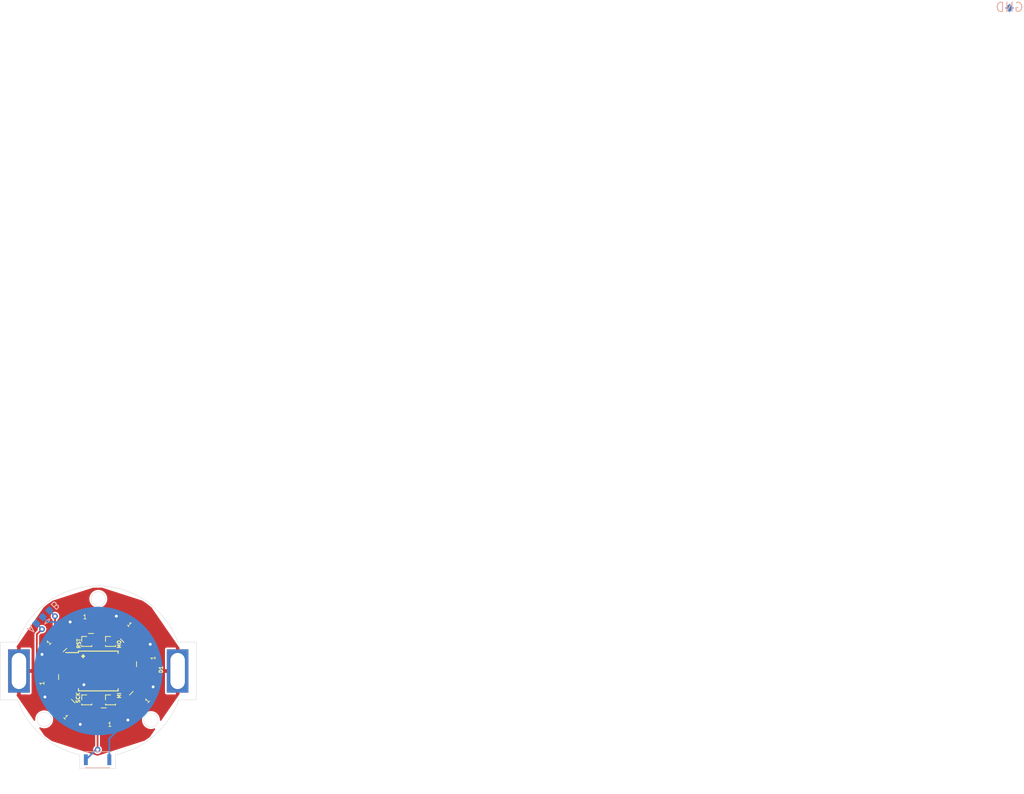
<source format=kicad_pcb>
(kicad_pcb (version 20171130) (host pcbnew "(5.1.6)-1")

  (general
    (thickness 1.6)
    (drawings 26)
    (tracks 105)
    (zones 0)
    (modules 19)
    (nets 25)
  )

  (page A4)
  (layers
    (0 F.Cu signal)
    (31 B.Cu signal)
    (32 B.Adhes user hide)
    (33 F.Adhes user hide)
    (34 B.Paste user hide)
    (35 F.Paste user)
    (36 B.SilkS user)
    (37 F.SilkS user)
    (38 B.Mask user hide)
    (39 F.Mask user)
    (40 Dwgs.User user hide)
    (41 Cmts.User user hide)
    (42 Eco1.User user hide)
    (43 Eco2.User user hide)
    (44 Edge.Cuts user)
    (45 Margin user hide)
    (46 B.CrtYd user hide)
    (47 F.CrtYd user hide)
    (48 B.Fab user hide)
    (49 F.Fab user hide)
  )

  (setup
    (last_trace_width 0.25)
    (user_trace_width 0.5)
    (trace_clearance 0.2)
    (zone_clearance 0.2)
    (zone_45_only no)
    (trace_min 0.2)
    (via_size 0.8)
    (via_drill 0.4)
    (via_min_size 0.4)
    (via_min_drill 0.3)
    (uvia_size 0.3)
    (uvia_drill 0.1)
    (uvias_allowed no)
    (uvia_min_size 0.2)
    (uvia_min_drill 0.1)
    (edge_width 0.05)
    (segment_width 0.2)
    (pcb_text_width 0.3)
    (pcb_text_size 1.5 1.5)
    (mod_edge_width 0.12)
    (mod_text_size 1 1)
    (mod_text_width 0.15)
    (pad_size 0.85 0.85)
    (pad_drill 0)
    (pad_to_mask_clearance 0.05)
    (aux_axis_origin 0 0)
    (visible_elements FFFFFF7F)
    (pcbplotparams
      (layerselection 0x010fc_ffffffff)
      (usegerberextensions false)
      (usegerberattributes true)
      (usegerberadvancedattributes true)
      (creategerberjobfile true)
      (excludeedgelayer true)
      (linewidth 0.100000)
      (plotframeref false)
      (viasonmask false)
      (mode 1)
      (useauxorigin false)
      (hpglpennumber 1)
      (hpglpenspeed 20)
      (hpglpendiameter 15.000000)
      (psnegative false)
      (psa4output false)
      (plotreference true)
      (plotvalue true)
      (plotinvisibletext false)
      (padsonsilk false)
      (subtractmaskfromsilk false)
      (outputformat 1)
      (mirror false)
      (drillshape 1)
      (scaleselection 1)
      (outputdirectory ""))
  )

  (net 0 "")
  (net 1 -3V3)
  (net 2 +3V3)
  (net 3 ICSP-MOSI-LEDDAT)
  (net 4 ICSP-MISO-LEDCLK)
  (net 5 "Net-(D1-Pad3)")
  (net 6 "Net-(D1-Pad2)")
  (net 7 "Net-(D2-Pad3)")
  (net 8 "Net-(D2-Pad2)")
  (net 9 "Net-(D3-Pad3)")
  (net 10 "Net-(D3-Pad2)")
  (net 11 "Net-(D4-Pad3)")
  (net 12 "Net-(D4-Pad2)")
  (net 13 "Net-(D5-Pad3)")
  (net 14 "Net-(D5-Pad2)")
  (net 15 "Net-(D6-Pad3)")
  (net 16 "Net-(D6-Pad2)")
  (net 17 "Net-(D7-Pad3)")
  (net 18 "Net-(D7-Pad2)")
  (net 19 "Net-(D8-Pad3)")
  (net 20 "Net-(D8-Pad2)")
  (net 21 MODESEL2)
  (net 22 MODESEL1-SLEEP)
  (net 23 RESET)
  (net 24 ICSP-SCK-BTN)

  (net_class Default "This is the default net class."
    (clearance 0.2)
    (trace_width 0.25)
    (via_dia 0.8)
    (via_drill 0.4)
    (uvia_dia 0.3)
    (uvia_drill 0.1)
    (add_net +3V3)
    (add_net -3V3)
    (add_net ICSP-MISO-LEDCLK)
    (add_net ICSP-MOSI-LEDDAT)
    (add_net ICSP-SCK-BTN)
    (add_net MODESEL1-SLEEP)
    (add_net MODESEL2)
    (add_net "Net-(D1-Pad2)")
    (add_net "Net-(D1-Pad3)")
    (add_net "Net-(D2-Pad2)")
    (add_net "Net-(D2-Pad3)")
    (add_net "Net-(D3-Pad2)")
    (add_net "Net-(D3-Pad3)")
    (add_net "Net-(D4-Pad2)")
    (add_net "Net-(D4-Pad3)")
    (add_net "Net-(D5-Pad2)")
    (add_net "Net-(D5-Pad3)")
    (add_net "Net-(D6-Pad2)")
    (add_net "Net-(D6-Pad3)")
    (add_net "Net-(D7-Pad2)")
    (add_net "Net-(D7-Pad3)")
    (add_net "Net-(D8-Pad2)")
    (add_net "Net-(D8-Pad3)")
    (add_net RESET)
  )

  (module Connector_PinHeader_1.00mm:PinHeader_1x01_P1.00mm_Vertical (layer B.Cu) (tedit 5EED6CF0) (tstamp 5EEE43A0)
    (at 133 85.4 315)
    (descr "Through hole straight pin header, 1x01, 1.00mm pitch, single row")
    (tags "Through hole pin header THT 1x01 1.00mm single row")
    (fp_text reference RST (at -1.343503 -0.070711 315) (layer B.SilkS) hide
      (effects (font (size 0.5 0.5) (thickness 0.125)) (justify mirror))
    )
    (fp_text value PinHeader_1x01_P1.00mm_Vertical (at 0 -1.560001 315) (layer B.Fab)
      (effects (font (size 1 1) (thickness 0.15)) (justify mirror))
    )
    (fp_line (start -0.3175 0.5) (end 0.635 0.5) (layer B.Fab) (width 0.1))
    (fp_line (start 0.635 0.5) (end 0.635 -0.5) (layer B.Fab) (width 0.1))
    (fp_line (start 0.635 -0.5) (end -0.635 -0.5) (layer B.Fab) (width 0.1))
    (fp_line (start -0.635 -0.5) (end -0.635 0.1825) (layer B.Fab) (width 0.1))
    (fp_line (start -0.635 0.1825) (end -0.3175 0.5) (layer B.Fab) (width 0.1))
    (fp_text user %R (at 0 0 225) (layer B.Fab)
      (effects (font (size 0.76 0.76) (thickness 0.114)) (justify mirror))
    )
    (pad 1 connect rect (at 0 0 315) (size 0.85 0.85) (layers B.Cu B.Mask)
      (net 21 MODESEL2))
    (model ${KISYS3DMOD}/Connector_PinHeader_1.00mm.3dshapes/PinHeader_1x01_P1.00mm_Vertical.wrl
      (at (xyz 0 0 0))
      (scale (xyz 1 1 1))
      (rotate (xyz 0 0 0))
    )
  )

  (module Connector_PinHeader_1.00mm:PinHeader_1x01_P1.00mm_Vertical (layer B.Cu) (tedit 5EED6CE6) (tstamp 5EEE43A0)
    (at 134.8 83.6 315)
    (descr "Through hole straight pin header, 1x01, 1.00mm pitch, single row")
    (tags "Through hole pin header THT 1x01 1.00mm single row")
    (fp_text reference RST (at 1.343503 -0.070711 135) (layer B.SilkS) hide
      (effects (font (size 0.5 0.5) (thickness 0.125)) (justify mirror))
    )
    (fp_text value PinHeader_1x01_P1.00mm_Vertical (at 0 -1.560001 315) (layer B.Fab)
      (effects (font (size 1 1) (thickness 0.15)) (justify mirror))
    )
    (fp_line (start -0.3175 0.5) (end 0.635 0.5) (layer B.Fab) (width 0.1))
    (fp_line (start 0.635 0.5) (end 0.635 -0.5) (layer B.Fab) (width 0.1))
    (fp_line (start 0.635 -0.5) (end -0.635 -0.5) (layer B.Fab) (width 0.1))
    (fp_line (start -0.635 -0.5) (end -0.635 0.1825) (layer B.Fab) (width 0.1))
    (fp_line (start -0.635 0.1825) (end -0.3175 0.5) (layer B.Fab) (width 0.1))
    (fp_text user %R (at 0 0 225) (layer B.Fab)
      (effects (font (size 0.76 0.76) (thickness 0.114)) (justify mirror))
    )
    (pad 1 connect rect (at 0 0 315) (size 0.85 0.85) (layers B.Cu B.Mask)
      (net 22 MODESEL1-SLEEP))
    (model ${KISYS3DMOD}/Connector_PinHeader_1.00mm.3dshapes/PinHeader_1x01_P1.00mm_Vertical.wrl
      (at (xyz 0 0 0))
      (scale (xyz 1 1 1))
      (rotate (xyz 0 0 0))
    )
  )

  (module "" (layer B.Cu) (tedit 0) (tstamp 0)
    (at 134 85)
    (fp_text reference GND (at 133.9 -85) (layer B.SilkS)
      (effects (font (size 1.27 1.27) (thickness 0.15)) (justify mirror))
    )
    (fp_text value "" (at 133.9 -85) (layer B.SilkS)
      (effects (font (size 1.27 1.27) (thickness 0.15)) (justify mirror))
    )
    (pad 1 connect rect (at 133.9 -84.9 315) (size 0.85 0.85) (layers B.Cu B.Mask))
  )

  (module Connector_PinHeader_1.00mm:PinHeader_1x01_P1.00mm_Vertical (layer F.Cu) (tedit 5EED6C5B) (tstamp 5EEE3E84)
    (at 133.9 84.5 45)
    (descr "Through hole straight pin header, 1x01, 1.00mm pitch, single row")
    (tags "Through hole pin header THT 1x01 1.00mm single row")
    (fp_text reference RST (at -1.099999 0.3 135) (layer F.SilkS) hide
      (effects (font (size 0.5 0.5) (thickness 0.125)))
    )
    (fp_text value PinHeader_1x01_P1.00mm_Vertical (at 0 1.56 45) (layer F.Fab)
      (effects (font (size 1 1) (thickness 0.15)))
    )
    (fp_line (start -0.3175 -0.5) (end 0.635 -0.5) (layer F.Fab) (width 0.1))
    (fp_line (start 0.635 -0.5) (end 0.635 0.5) (layer F.Fab) (width 0.1))
    (fp_line (start 0.635 0.5) (end -0.635 0.5) (layer F.Fab) (width 0.1))
    (fp_line (start -0.635 0.5) (end -0.635 -0.1825) (layer F.Fab) (width 0.1))
    (fp_line (start -0.635 -0.1825) (end -0.3175 -0.5) (layer F.Fab) (width 0.1))
    (fp_text user %R (at 0 0 135) (layer F.Fab)
      (effects (font (size 0.76 0.76) (thickness 0.114)))
    )
    (pad 1 connect rect (at 0 0 45) (size 0.85 0.85) (layers B.Cu B.Mask)
      (net 1 -3V3))
    (model ${KISYS3DMOD}/Connector_PinHeader_1.00mm.3dshapes/PinHeader_1x01_P1.00mm_Vertical.wrl
      (at (xyz 0 0 0))
      (scale (xyz 1 1 1))
      (rotate (xyz 0 0 0))
    )
  )

  (module LED_SMD:LED-APA102-2020 (layer F.Cu) (tedit 5EED5F7C) (tstamp 5EED3EAC)
    (at 146.5 87.4 315)
    (descr http://www.led-color.com/upload/201604/APA102-2020%20SMD%20LED.pdf)
    (tags "LED RGB SPI")
    (path /5EF13433)
    (attr smd)
    (fp_text reference D2 (at 0 2.11 315) (layer F.SilkS) hide
      (effects (font (size 1 1) (thickness 0.15)))
    )
    (fp_text value APA102-2020 (at 0 -2 315) (layer F.Fab)
      (effects (font (size 1 1) (thickness 0.15)))
    )
    (fp_text user 1 (at -1.7 -0.9 315) (layer F.SilkS)
      (effects (font (size 0.6 0.6) (thickness 0.1)))
    )
    (fp_text user %R (at 0 0 315) (layer F.Fab)
      (effects (font (size 0.3 0.3) (thickness 0.07)))
    )
    (fp_line (start -1 -1) (end 1 -1) (layer F.Fab) (width 0.1))
    (fp_line (start 1 -1) (end 1 1) (layer F.Fab) (width 0.1))
    (fp_line (start 1 1) (end -0.5 1) (layer F.Fab) (width 0.1))
    (fp_line (start -1 0.5) (end -1 -1) (layer F.Fab) (width 0.1))
    (fp_line (start 1.5 -1.4) (end 1.5 1.4) (layer F.CrtYd) (width 0.05))
    (fp_line (start -1.2 1.4) (end -0.5 1.4) (layer F.SilkS) (width 0.12))
    (fp_line (start -1 0.5) (end -0.5 1) (layer F.Fab) (width 0.1))
    (fp_line (start -1.5 -1.4) (end -1.5 1.4) (layer F.CrtYd) (width 0.05))
    (fp_line (start -0.5 1.4) (end -0.5 1.58) (layer F.CrtYd) (width 0.05))
    (fp_line (start -0.5 1.58) (end 0.5 1.58) (layer F.CrtYd) (width 0.05))
    (fp_line (start 0.5 1.58) (end 0.5 1.4) (layer F.CrtYd) (width 0.05))
    (fp_line (start -0.5 -1.4) (end -0.5 -1.58) (layer F.CrtYd) (width 0.05))
    (fp_line (start -0.5 -1.58) (end 0.5 -1.58) (layer F.CrtYd) (width 0.05))
    (fp_line (start 0.5 -1.58) (end 0.5 -1.4) (layer F.CrtYd) (width 0.05))
    (fp_line (start 0.5 -1.4) (end 1.5 -1.4) (layer F.CrtYd) (width 0.05))
    (fp_line (start -1.5 -1.4) (end -0.5 -1.4) (layer F.CrtYd) (width 0.05))
    (fp_line (start -0.5 1.4) (end -1.5 1.4) (layer F.CrtYd) (width 0.05))
    (fp_line (start 1.5 1.4) (end 0.5 1.4) (layer F.CrtYd) (width 0.05))
    (pad 6 smd rect (at 0.85 -0.9 315) (size 0.8 0.5) (layers F.Cu F.Paste F.Mask)
      (net 1 -3V3))
    (pad 4 smd rect (at 0.85 0.9 315) (size 0.8 0.5) (layers F.Cu F.Paste F.Mask)
      (net 5 "Net-(D1-Pad3)"))
    (pad 5 smd rect (at 0.85 0 315) (size 0.8 0.3) (layers F.Cu F.Paste F.Mask)
      (net 6 "Net-(D1-Pad2)"))
    (pad 3 smd rect (at -0.85 0.9 315) (size 0.8 0.5) (layers F.Cu F.Paste F.Mask)
      (net 7 "Net-(D2-Pad3)"))
    (pad 2 smd rect (at -0.85 0 315) (size 0.8 0.3) (layers F.Cu F.Paste F.Mask)
      (net 8 "Net-(D2-Pad2)"))
    (pad 1 smd rect (at -0.85 -0.9 315) (size 0.8 0.5) (layers F.Cu F.Paste F.Mask)
      (net 2 +3V3))
    (model ${KISYS3DMOD}/LED_SMD.3dshapes/LED-APA102-2020.wrl
      (at (xyz 0 0 0))
      (scale (xyz 1 1 1))
      (rotate (xyz 0 0 0))
    )
  )

  (module LED_SMD:LED-APA102-2020 (layer F.Cu) (tedit 5EED5F6E) (tstamp 5EED558D)
    (at 148.3 91.9 270)
    (descr http://www.led-color.com/upload/201604/APA102-2020%20SMD%20LED.pdf)
    (tags "LED RGB SPI")
    (path /5EF1166A)
    (attr smd)
    (fp_text reference D1 (at -0.1 -2 270) (layer F.SilkS)
      (effects (font (size 0.5 0.5) (thickness 0.125)))
    )
    (fp_text value APA102-2020 (at 0 -2 270) (layer F.Fab)
      (effects (font (size 1 1) (thickness 0.15)))
    )
    (fp_text user 1 (at -1.7 -0.9 270) (layer F.SilkS)
      (effects (font (size 0.6 0.6) (thickness 0.1)))
    )
    (fp_text user %R (at 0 0 270) (layer F.Fab)
      (effects (font (size 0.3 0.3) (thickness 0.07)))
    )
    (fp_line (start -1 -1) (end 1 -1) (layer F.Fab) (width 0.1))
    (fp_line (start 1 -1) (end 1 1) (layer F.Fab) (width 0.1))
    (fp_line (start 1 1) (end -0.5 1) (layer F.Fab) (width 0.1))
    (fp_line (start -1 0.5) (end -1 -1) (layer F.Fab) (width 0.1))
    (fp_line (start 1.5 -1.4) (end 1.5 1.4) (layer F.CrtYd) (width 0.05))
    (fp_line (start -1.2 1.4) (end -0.5 1.4) (layer F.SilkS) (width 0.12))
    (fp_line (start -1 0.5) (end -0.5 1) (layer F.Fab) (width 0.1))
    (fp_line (start -1.5 -1.4) (end -1.5 1.4) (layer F.CrtYd) (width 0.05))
    (fp_line (start -0.5 1.4) (end -0.5 1.58) (layer F.CrtYd) (width 0.05))
    (fp_line (start -0.5 1.58) (end 0.5 1.58) (layer F.CrtYd) (width 0.05))
    (fp_line (start 0.5 1.58) (end 0.5 1.4) (layer F.CrtYd) (width 0.05))
    (fp_line (start -0.5 -1.4) (end -0.5 -1.58) (layer F.CrtYd) (width 0.05))
    (fp_line (start -0.5 -1.58) (end 0.5 -1.58) (layer F.CrtYd) (width 0.05))
    (fp_line (start 0.5 -1.58) (end 0.5 -1.4) (layer F.CrtYd) (width 0.05))
    (fp_line (start 0.5 -1.4) (end 1.5 -1.4) (layer F.CrtYd) (width 0.05))
    (fp_line (start -1.5 -1.4) (end -0.5 -1.4) (layer F.CrtYd) (width 0.05))
    (fp_line (start -0.5 1.4) (end -1.5 1.4) (layer F.CrtYd) (width 0.05))
    (fp_line (start 1.5 1.4) (end 0.5 1.4) (layer F.CrtYd) (width 0.05))
    (pad 6 smd rect (at 0.85 -0.9 270) (size 0.8 0.5) (layers F.Cu F.Paste F.Mask)
      (net 1 -3V3))
    (pad 4 smd rect (at 0.85 0.9 270) (size 0.8 0.5) (layers F.Cu F.Paste F.Mask)
      (net 3 ICSP-MOSI-LEDDAT))
    (pad 5 smd rect (at 0.85 0 270) (size 0.8 0.3) (layers F.Cu F.Paste F.Mask)
      (net 4 ICSP-MISO-LEDCLK))
    (pad 3 smd rect (at -0.85 0.9 270) (size 0.8 0.5) (layers F.Cu F.Paste F.Mask)
      (net 5 "Net-(D1-Pad3)"))
    (pad 2 smd rect (at -0.85 0 270) (size 0.8 0.3) (layers F.Cu F.Paste F.Mask)
      (net 6 "Net-(D1-Pad2)"))
    (pad 1 smd rect (at -0.85 -0.9 270) (size 0.8 0.5) (layers F.Cu F.Paste F.Mask)
      (net 2 +3V3))
    (model ${KISYS3DMOD}/LED_SMD.3dshapes/LED-APA102-2020.wrl
      (at (xyz 0 0 0))
      (scale (xyz 1 1 1))
      (rotate (xyz 0 0 0))
    )
  )

  (module LED_SMD:LED-APA102-2020 (layer F.Cu) (tedit 5EED5F63) (tstamp 5EED861B)
    (at 146.564645 96.662563 225)
    (descr http://www.led-color.com/upload/201604/APA102-2020%20SMD%20LED.pdf)
    (tags "LED RGB SPI")
    (path /5EF161C5)
    (attr smd)
    (fp_text reference D8 (at 0 2.11 225) (layer F.SilkS) hide
      (effects (font (size 1 1) (thickness 0.15)))
    )
    (fp_text value APA102-2020 (at 0 -2 225) (layer F.Fab)
      (effects (font (size 1 1) (thickness 0.15)))
    )
    (fp_line (start 1.5 1.4) (end 0.5 1.4) (layer F.CrtYd) (width 0.05))
    (fp_line (start -0.5 1.4) (end -1.5 1.4) (layer F.CrtYd) (width 0.05))
    (fp_line (start -1.5 -1.4) (end -0.5 -1.4) (layer F.CrtYd) (width 0.05))
    (fp_line (start 0.5 -1.4) (end 1.5 -1.4) (layer F.CrtYd) (width 0.05))
    (fp_line (start 0.5 -1.58) (end 0.5 -1.4) (layer F.CrtYd) (width 0.05))
    (fp_line (start -0.5 -1.58) (end 0.5 -1.58) (layer F.CrtYd) (width 0.05))
    (fp_line (start -0.5 -1.4) (end -0.5 -1.58) (layer F.CrtYd) (width 0.05))
    (fp_line (start 0.5 1.58) (end 0.5 1.4) (layer F.CrtYd) (width 0.05))
    (fp_line (start -0.5 1.58) (end 0.5 1.58) (layer F.CrtYd) (width 0.05))
    (fp_line (start -0.5 1.4) (end -0.5 1.58) (layer F.CrtYd) (width 0.05))
    (fp_line (start -1.5 -1.4) (end -1.5 1.4) (layer F.CrtYd) (width 0.05))
    (fp_line (start -1 0.5) (end -0.5 1) (layer F.Fab) (width 0.1))
    (fp_line (start -1.2 1.4) (end -0.5 1.4) (layer F.SilkS) (width 0.12))
    (fp_line (start 1.5 -1.4) (end 1.5 1.4) (layer F.CrtYd) (width 0.05))
    (fp_line (start -1 0.5) (end -1 -1) (layer F.Fab) (width 0.1))
    (fp_line (start 1 1) (end -0.5 1) (layer F.Fab) (width 0.1))
    (fp_line (start 1 -1) (end 1 1) (layer F.Fab) (width 0.1))
    (fp_line (start -1 -1) (end 1 -1) (layer F.Fab) (width 0.1))
    (fp_text user %R (at 0 0 225) (layer F.Fab)
      (effects (font (size 0.3 0.3) (thickness 0.07)))
    )
    (fp_text user 1 (at -1.7 -0.9 225) (layer F.SilkS)
      (effects (font (size 0.6 0.6) (thickness 0.1)))
    )
    (pad 1 smd rect (at -0.85 -0.9 225) (size 0.8 0.5) (layers F.Cu F.Paste F.Mask)
      (net 2 +3V3))
    (pad 2 smd rect (at -0.85 0 225) (size 0.8 0.3) (layers F.Cu F.Paste F.Mask)
      (net 20 "Net-(D8-Pad2)"))
    (pad 3 smd rect (at -0.85 0.9 225) (size 0.8 0.5) (layers F.Cu F.Paste F.Mask)
      (net 19 "Net-(D8-Pad3)"))
    (pad 5 smd rect (at 0.85 0 225) (size 0.8 0.3) (layers F.Cu F.Paste F.Mask)
      (net 18 "Net-(D7-Pad2)"))
    (pad 4 smd rect (at 0.85 0.9 225) (size 0.8 0.5) (layers F.Cu F.Paste F.Mask)
      (net 17 "Net-(D7-Pad3)"))
    (pad 6 smd rect (at 0.85 -0.9 225) (size 0.8 0.5) (layers F.Cu F.Paste F.Mask)
      (net 1 -3V3))
    (model ${KISYS3DMOD}/LED_SMD.3dshapes/LED-APA102-2020.wrl
      (at (xyz 0 0 0))
      (scale (xyz 1 1 1))
      (rotate (xyz 0 0 0))
    )
  )

  (module LED_SMD:LED-APA102-2020 (layer F.Cu) (tedit 5EED5F54) (tstamp 5EED3F2C)
    (at 136.535355 96.562563 135)
    (descr http://www.led-color.com/upload/201604/APA102-2020%20SMD%20LED.pdf)
    (tags "LED RGB SPI")
    (path /5EF15119)
    (attr smd)
    (fp_text reference D6 (at 0 2.11 135) (layer F.SilkS) hide
      (effects (font (size 1 1) (thickness 0.15)))
    )
    (fp_text value APA102-2020 (at 0 -2 135) (layer F.Fab)
      (effects (font (size 1 1) (thickness 0.15)))
    )
    (fp_text user 1 (at -1.7 -0.9 135) (layer F.SilkS)
      (effects (font (size 0.6 0.6) (thickness 0.1)))
    )
    (fp_text user %R (at 0 0 135) (layer F.Fab)
      (effects (font (size 0.3 0.3) (thickness 0.07)))
    )
    (fp_line (start -1 -1) (end 1 -1) (layer F.Fab) (width 0.1))
    (fp_line (start 1 -1) (end 1 1) (layer F.Fab) (width 0.1))
    (fp_line (start 1 1) (end -0.5 1) (layer F.Fab) (width 0.1))
    (fp_line (start -1 0.5) (end -1 -1) (layer F.Fab) (width 0.1))
    (fp_line (start 1.5 -1.4) (end 1.5 1.4) (layer F.CrtYd) (width 0.05))
    (fp_line (start -1.2 1.4) (end -0.5 1.4) (layer F.SilkS) (width 0.12))
    (fp_line (start -1 0.5) (end -0.5 1) (layer F.Fab) (width 0.1))
    (fp_line (start -1.5 -1.4) (end -1.5 1.4) (layer F.CrtYd) (width 0.05))
    (fp_line (start -0.5 1.4) (end -0.5 1.58) (layer F.CrtYd) (width 0.05))
    (fp_line (start -0.5 1.58) (end 0.5 1.58) (layer F.CrtYd) (width 0.05))
    (fp_line (start 0.5 1.58) (end 0.5 1.4) (layer F.CrtYd) (width 0.05))
    (fp_line (start -0.5 -1.4) (end -0.5 -1.58) (layer F.CrtYd) (width 0.05))
    (fp_line (start -0.5 -1.58) (end 0.5 -1.58) (layer F.CrtYd) (width 0.05))
    (fp_line (start 0.5 -1.58) (end 0.5 -1.4) (layer F.CrtYd) (width 0.05))
    (fp_line (start 0.5 -1.4) (end 1.5 -1.4) (layer F.CrtYd) (width 0.05))
    (fp_line (start -1.5 -1.4) (end -0.5 -1.4) (layer F.CrtYd) (width 0.05))
    (fp_line (start -0.5 1.4) (end -1.5 1.4) (layer F.CrtYd) (width 0.05))
    (fp_line (start 1.5 1.4) (end 0.5 1.4) (layer F.CrtYd) (width 0.05))
    (pad 6 smd rect (at 0.85 -0.9 135) (size 0.8 0.5) (layers F.Cu F.Paste F.Mask)
      (net 1 -3V3))
    (pad 4 smd rect (at 0.85 0.9 135) (size 0.8 0.5) (layers F.Cu F.Paste F.Mask)
      (net 13 "Net-(D5-Pad3)"))
    (pad 5 smd rect (at 0.85 0 135) (size 0.8 0.3) (layers F.Cu F.Paste F.Mask)
      (net 14 "Net-(D5-Pad2)"))
    (pad 3 smd rect (at -0.85 0.9 135) (size 0.8 0.5) (layers F.Cu F.Paste F.Mask)
      (net 15 "Net-(D6-Pad3)"))
    (pad 2 smd rect (at -0.85 0 135) (size 0.8 0.3) (layers F.Cu F.Paste F.Mask)
      (net 16 "Net-(D6-Pad2)"))
    (pad 1 smd rect (at -0.85 -0.9 135) (size 0.8 0.5) (layers F.Cu F.Paste F.Mask)
      (net 2 +3V3))
    (model ${KISYS3DMOD}/LED_SMD.3dshapes/LED-APA102-2020.wrl
      (at (xyz 0 0 0))
      (scale (xyz 1 1 1))
      (rotate (xyz 0 0 0))
    )
  )

  (module LED_SMD:LED-APA102-2020 (layer F.Cu) (tedit 5EED5F44) (tstamp 5EED3F0C)
    (at 134.7 92 90)
    (descr http://www.led-color.com/upload/201604/APA102-2020%20SMD%20LED.pdf)
    (tags "LED RGB SPI")
    (path /5EF14B55)
    (attr smd)
    (fp_text reference D5 (at 0 2.11 90) (layer F.SilkS) hide
      (effects (font (size 1 1) (thickness 0.15)))
    )
    (fp_text value APA102-2020 (at 0 -2 90) (layer F.Fab)
      (effects (font (size 1 1) (thickness 0.15)))
    )
    (fp_text user 1 (at -1.7 -0.9 90) (layer F.SilkS)
      (effects (font (size 0.6 0.6) (thickness 0.1)))
    )
    (fp_text user %R (at 0 0 90) (layer F.Fab)
      (effects (font (size 0.3 0.3) (thickness 0.07)))
    )
    (fp_line (start -1 -1) (end 1 -1) (layer F.Fab) (width 0.1))
    (fp_line (start 1 -1) (end 1 1) (layer F.Fab) (width 0.1))
    (fp_line (start 1 1) (end -0.5 1) (layer F.Fab) (width 0.1))
    (fp_line (start -1 0.5) (end -1 -1) (layer F.Fab) (width 0.1))
    (fp_line (start 1.5 -1.4) (end 1.5 1.4) (layer F.CrtYd) (width 0.05))
    (fp_line (start -1.2 1.4) (end -0.5 1.4) (layer F.SilkS) (width 0.12))
    (fp_line (start -1 0.5) (end -0.5 1) (layer F.Fab) (width 0.1))
    (fp_line (start -1.5 -1.4) (end -1.5 1.4) (layer F.CrtYd) (width 0.05))
    (fp_line (start -0.5 1.4) (end -0.5 1.58) (layer F.CrtYd) (width 0.05))
    (fp_line (start -0.5 1.58) (end 0.5 1.58) (layer F.CrtYd) (width 0.05))
    (fp_line (start 0.5 1.58) (end 0.5 1.4) (layer F.CrtYd) (width 0.05))
    (fp_line (start -0.5 -1.4) (end -0.5 -1.58) (layer F.CrtYd) (width 0.05))
    (fp_line (start -0.5 -1.58) (end 0.5 -1.58) (layer F.CrtYd) (width 0.05))
    (fp_line (start 0.5 -1.58) (end 0.5 -1.4) (layer F.CrtYd) (width 0.05))
    (fp_line (start 0.5 -1.4) (end 1.5 -1.4) (layer F.CrtYd) (width 0.05))
    (fp_line (start -1.5 -1.4) (end -0.5 -1.4) (layer F.CrtYd) (width 0.05))
    (fp_line (start -0.5 1.4) (end -1.5 1.4) (layer F.CrtYd) (width 0.05))
    (fp_line (start 1.5 1.4) (end 0.5 1.4) (layer F.CrtYd) (width 0.05))
    (pad 6 smd rect (at 0.85 -0.9 90) (size 0.8 0.5) (layers F.Cu F.Paste F.Mask)
      (net 1 -3V3))
    (pad 4 smd rect (at 0.85 0.9 90) (size 0.8 0.5) (layers F.Cu F.Paste F.Mask)
      (net 11 "Net-(D4-Pad3)"))
    (pad 5 smd rect (at 0.85 0 90) (size 0.8 0.3) (layers F.Cu F.Paste F.Mask)
      (net 12 "Net-(D4-Pad2)"))
    (pad 3 smd rect (at -0.85 0.9 90) (size 0.8 0.5) (layers F.Cu F.Paste F.Mask)
      (net 13 "Net-(D5-Pad3)"))
    (pad 2 smd rect (at -0.85 0 90) (size 0.8 0.3) (layers F.Cu F.Paste F.Mask)
      (net 14 "Net-(D5-Pad2)"))
    (pad 1 smd rect (at -0.85 -0.9 90) (size 0.8 0.5) (layers F.Cu F.Paste F.Mask)
      (net 2 +3V3))
    (model ${KISYS3DMOD}/LED_SMD.3dshapes/LED-APA102-2020.wrl
      (at (xyz 0 0 0))
      (scale (xyz 1 1 1))
      (rotate (xyz 0 0 0))
    )
  )

  (module LED_SMD:LED-APA102-2020 (layer F.Cu) (tedit 5EED5F2D) (tstamp 5EED48FF)
    (at 136.6 87.5 45)
    (descr http://www.led-color.com/upload/201604/APA102-2020%20SMD%20LED.pdf)
    (tags "LED RGB SPI")
    (path /5EF14415)
    (attr smd)
    (fp_text reference D4 (at 0 2.11 45) (layer F.SilkS) hide
      (effects (font (size 1 1) (thickness 0.15)))
    )
    (fp_text value APA102-2020 (at 0 -2 45) (layer F.Fab)
      (effects (font (size 1 1) (thickness 0.15)))
    )
    (fp_text user 1 (at -1.7 -0.9 45) (layer F.SilkS)
      (effects (font (size 0.6 0.6) (thickness 0.1)))
    )
    (fp_text user %R (at 0 0 45) (layer F.Fab)
      (effects (font (size 0.3 0.3) (thickness 0.07)))
    )
    (fp_line (start -1 -1) (end 1 -1) (layer F.Fab) (width 0.1))
    (fp_line (start 1 -1) (end 1 1) (layer F.Fab) (width 0.1))
    (fp_line (start 1 1) (end -0.5 1) (layer F.Fab) (width 0.1))
    (fp_line (start -1 0.5) (end -1 -1) (layer F.Fab) (width 0.1))
    (fp_line (start 1.5 -1.4) (end 1.5 1.4) (layer F.CrtYd) (width 0.05))
    (fp_line (start -1.2 1.4) (end -0.5 1.4) (layer F.SilkS) (width 0.12))
    (fp_line (start -1 0.5) (end -0.5 1) (layer F.Fab) (width 0.1))
    (fp_line (start -1.5 -1.4) (end -1.5 1.4) (layer F.CrtYd) (width 0.05))
    (fp_line (start -0.5 1.4) (end -0.5 1.58) (layer F.CrtYd) (width 0.05))
    (fp_line (start -0.5 1.58) (end 0.5 1.58) (layer F.CrtYd) (width 0.05))
    (fp_line (start 0.5 1.58) (end 0.5 1.4) (layer F.CrtYd) (width 0.05))
    (fp_line (start -0.5 -1.4) (end -0.5 -1.58) (layer F.CrtYd) (width 0.05))
    (fp_line (start -0.5 -1.58) (end 0.5 -1.58) (layer F.CrtYd) (width 0.05))
    (fp_line (start 0.5 -1.58) (end 0.5 -1.4) (layer F.CrtYd) (width 0.05))
    (fp_line (start 0.5 -1.4) (end 1.5 -1.4) (layer F.CrtYd) (width 0.05))
    (fp_line (start -1.5 -1.4) (end -0.5 -1.4) (layer F.CrtYd) (width 0.05))
    (fp_line (start -0.5 1.4) (end -1.5 1.4) (layer F.CrtYd) (width 0.05))
    (fp_line (start 1.5 1.4) (end 0.5 1.4) (layer F.CrtYd) (width 0.05))
    (pad 6 smd rect (at 0.85 -0.9 45) (size 0.8 0.5) (layers F.Cu F.Paste F.Mask)
      (net 1 -3V3))
    (pad 4 smd rect (at 0.85 0.9 45) (size 0.8 0.5) (layers F.Cu F.Paste F.Mask)
      (net 9 "Net-(D3-Pad3)"))
    (pad 5 smd rect (at 0.85 0 45) (size 0.8 0.3) (layers F.Cu F.Paste F.Mask)
      (net 10 "Net-(D3-Pad2)"))
    (pad 3 smd rect (at -0.85 0.9 45) (size 0.8 0.5) (layers F.Cu F.Paste F.Mask)
      (net 11 "Net-(D4-Pad3)"))
    (pad 2 smd rect (at -0.85 0 45) (size 0.8 0.3) (layers F.Cu F.Paste F.Mask)
      (net 12 "Net-(D4-Pad2)"))
    (pad 1 smd rect (at -0.85 -0.9 45) (size 0.8 0.5) (layers F.Cu F.Paste F.Mask)
      (net 2 +3V3))
    (model ${KISYS3DMOD}/LED_SMD.3dshapes/LED-APA102-2020.wrl
      (at (xyz 0 0 0))
      (scale (xyz 1 1 1))
      (rotate (xyz 0 0 0))
    )
  )

  (module LED_SMD:LED-APA102-2020 (layer F.Cu) (tedit 5EED5F1A) (tstamp 5EED3ECC)
    (at 141.45 85.4)
    (descr http://www.led-color.com/upload/201604/APA102-2020%20SMD%20LED.pdf)
    (tags "LED RGB SPI")
    (path /5EF13D37)
    (attr smd)
    (fp_text reference D3 (at 0 2.11) (layer F.SilkS) hide
      (effects (font (size 1 1) (thickness 0.15)))
    )
    (fp_text value APA102-2020 (at 0 -2) (layer F.Fab)
      (effects (font (size 1 1) (thickness 0.15)))
    )
    (fp_text user 1 (at -1.7 -0.9) (layer F.SilkS)
      (effects (font (size 0.6 0.6) (thickness 0.1)))
    )
    (fp_text user %R (at 0 0) (layer F.Fab)
      (effects (font (size 0.3 0.3) (thickness 0.07)))
    )
    (fp_line (start -1 -1) (end 1 -1) (layer F.Fab) (width 0.1))
    (fp_line (start 1 -1) (end 1 1) (layer F.Fab) (width 0.1))
    (fp_line (start 1 1) (end -0.5 1) (layer F.Fab) (width 0.1))
    (fp_line (start -1 0.5) (end -1 -1) (layer F.Fab) (width 0.1))
    (fp_line (start 1.5 -1.4) (end 1.5 1.4) (layer F.CrtYd) (width 0.05))
    (fp_line (start -1.2 1.4) (end -0.5 1.4) (layer F.SilkS) (width 0.12))
    (fp_line (start -1 0.5) (end -0.5 1) (layer F.Fab) (width 0.1))
    (fp_line (start -1.5 -1.4) (end -1.5 1.4) (layer F.CrtYd) (width 0.05))
    (fp_line (start -0.5 1.4) (end -0.5 1.58) (layer F.CrtYd) (width 0.05))
    (fp_line (start -0.5 1.58) (end 0.5 1.58) (layer F.CrtYd) (width 0.05))
    (fp_line (start 0.5 1.58) (end 0.5 1.4) (layer F.CrtYd) (width 0.05))
    (fp_line (start -0.5 -1.4) (end -0.5 -1.58) (layer F.CrtYd) (width 0.05))
    (fp_line (start -0.5 -1.58) (end 0.5 -1.58) (layer F.CrtYd) (width 0.05))
    (fp_line (start 0.5 -1.58) (end 0.5 -1.4) (layer F.CrtYd) (width 0.05))
    (fp_line (start 0.5 -1.4) (end 1.5 -1.4) (layer F.CrtYd) (width 0.05))
    (fp_line (start -1.5 -1.4) (end -0.5 -1.4) (layer F.CrtYd) (width 0.05))
    (fp_line (start -0.5 1.4) (end -1.5 1.4) (layer F.CrtYd) (width 0.05))
    (fp_line (start 1.5 1.4) (end 0.5 1.4) (layer F.CrtYd) (width 0.05))
    (pad 6 smd rect (at 0.85 -0.9) (size 0.8 0.5) (layers F.Cu F.Paste F.Mask)
      (net 1 -3V3))
    (pad 4 smd rect (at 0.85 0.9) (size 0.8 0.5) (layers F.Cu F.Paste F.Mask)
      (net 7 "Net-(D2-Pad3)"))
    (pad 5 smd rect (at 0.85 0) (size 0.8 0.3) (layers F.Cu F.Paste F.Mask)
      (net 8 "Net-(D2-Pad2)"))
    (pad 3 smd rect (at -0.85 0.9) (size 0.8 0.5) (layers F.Cu F.Paste F.Mask)
      (net 9 "Net-(D3-Pad3)"))
    (pad 2 smd rect (at -0.85 0) (size 0.8 0.3) (layers F.Cu F.Paste F.Mask)
      (net 10 "Net-(D3-Pad2)"))
    (pad 1 smd rect (at -0.85 -0.9) (size 0.8 0.5) (layers F.Cu F.Paste F.Mask)
      (net 2 +3V3))
    (model ${KISYS3DMOD}/LED_SMD.3dshapes/LED-APA102-2020.wrl
      (at (xyz 0 0 0))
      (scale (xyz 1 1 1))
      (rotate (xyz 0 0 0))
    )
  )

  (module Button_Switch_SMD:SW_SPST_CK_KXT3 (layer B.Cu) (tedit 5EED5E1D) (tstamp 5EEDDD09)
    (at 141.5 104.3)
    (descr https://www.ckswitches.com/media/1465/kxt3.pdf)
    (tags "Switch SPST KXT3")
    (path /5EF4DF40)
    (attr smd)
    (fp_text reference SW1 (at 0 3.9) (layer B.SilkS) hide
      (effects (font (size 1 1) (thickness 0.15)) (justify mirror))
    )
    (fp_text value SW_MEC_5G (at 0 -4.25) (layer B.Fab)
      (effects (font (size 1 1) (thickness 0.15)) (justify mirror))
    )
    (fp_text user %R (at 0 3.9) (layer B.Fab)
      (effects (font (size 1 1) (thickness 0.15)) (justify mirror))
    )
    (fp_line (start -1.5 1) (end 1.5 1) (layer B.Fab) (width 0.1))
    (fp_line (start 1.5 1) (end 1.5 -1) (layer B.Fab) (width 0.1))
    (fp_line (start 1.5 -1) (end -1.5 -1) (layer B.Fab) (width 0.1))
    (fp_line (start -1.5 -1) (end -1.5 1) (layer B.Fab) (width 0.1))
    (fp_line (start 1.5 0.65) (end 1.75 0.65) (layer B.Fab) (width 0.1))
    (fp_line (start 1.75 0.65) (end 1.75 0.4) (layer B.Fab) (width 0.1))
    (fp_line (start 1.75 0.4) (end 1.5 0.15) (layer B.Fab) (width 0.1))
    (fp_line (start 1.5 -0.15) (end 1.75 -0.4) (layer B.Fab) (width 0.1))
    (fp_line (start 1.75 -0.4) (end 1.75 -0.65) (layer B.Fab) (width 0.1))
    (fp_line (start 1.75 -0.65) (end 1.5 -0.65) (layer B.Fab) (width 0.1))
    (fp_line (start -1.5 0.65) (end -1.75 0.65) (layer B.Fab) (width 0.1))
    (fp_line (start -1.75 0.65) (end -1.75 0.4) (layer B.Fab) (width 0.1))
    (fp_line (start -1.75 0.4) (end -1.5 0.15) (layer B.Fab) (width 0.1))
    (fp_line (start -1.5 -0.15) (end -1.75 -0.4) (layer B.Fab) (width 0.1))
    (fp_line (start -1.75 -0.4) (end -1.75 -0.65) (layer B.Fab) (width 0.1))
    (fp_line (start -1.75 -0.65) (end -1.5 -0.65) (layer B.Fab) (width 0.1))
    (fp_line (start -1.62 1.12) (end 1.62 1.12) (layer B.SilkS) (width 0.12))
    (fp_line (start 1.62 1.12) (end 1.62 1.02) (layer B.SilkS) (width 0.12))
    (fp_line (start -1.62 1.12) (end -1.62 1.02) (layer B.SilkS) (width 0.12))
    (fp_line (start -1.62 -1.12) (end 1.62 -1.12) (layer B.SilkS) (width 0.12))
    (fp_line (start 1.62 -1.02) (end 1.62 -1.12) (layer B.SilkS) (width 0.12))
    (fp_line (start -1.62 -1.02) (end -1.62 -1.12) (layer B.SilkS) (width 0.12))
    (fp_line (start -2.15 1.25) (end 2.15 1.25) (layer B.CrtYd) (width 0.05))
    (fp_line (start 2.15 1.25) (end 2.15 -1.25) (layer B.CrtYd) (width 0.05))
    (fp_line (start -2.15 -1.25) (end 2.15 -1.25) (layer B.CrtYd) (width 0.05))
    (fp_line (start -2.15 1.25) (end -2.15 -1.25) (layer B.CrtYd) (width 0.05))
    (pad 2 smd rect (at 1.625 0) (size 0.55 1.5) (layers B.Cu B.Paste B.Mask)
      (net 1 -3V3))
    (pad 1 smd rect (at -1.625 0) (size 0.55 1.5) (layers B.Cu B.Paste B.Mask)
      (net 24 ICSP-SCK-BTN))
    (model ${KISYS3DMOD}/Button_Switch_SMD.3dshapes/SW_SPST_CK_KXT3.wrl
      (at (xyz 0 0 0))
      (scale (xyz 1 1 1))
      (rotate (xyz 0 0 0))
    )
  )

  (module LED_SMD:LED-APA102-2020 (layer F.Cu) (tedit 5EED5979) (tstamp 5EED3F4C)
    (at 141.5 98.51 180)
    (descr http://www.led-color.com/upload/201604/APA102-2020%20SMD%20LED.pdf)
    (tags "LED RGB SPI")
    (path /5EF15960)
    (attr smd)
    (fp_text reference D7 (at 0 2.11 180) (layer F.SilkS) hide
      (effects (font (size 1 1) (thickness 0.15)))
    )
    (fp_text value APA102-2020 (at 0 -2 180) (layer F.Fab)
      (effects (font (size 1 1) (thickness 0.15)))
    )
    (fp_text user 1 (at -1.7 -0.9 180) (layer F.SilkS)
      (effects (font (size 0.6 0.6) (thickness 0.1)))
    )
    (fp_text user %R (at 0 0 180) (layer F.Fab)
      (effects (font (size 0.3 0.3) (thickness 0.07)))
    )
    (fp_line (start -1 -1) (end 1 -1) (layer F.Fab) (width 0.1))
    (fp_line (start 1 -1) (end 1 1) (layer F.Fab) (width 0.1))
    (fp_line (start 1 1) (end -0.5 1) (layer F.Fab) (width 0.1))
    (fp_line (start -1 0.5) (end -1 -1) (layer F.Fab) (width 0.1))
    (fp_line (start 1.5 -1.4) (end 1.5 1.4) (layer F.CrtYd) (width 0.05))
    (fp_line (start -1.2 1.4) (end -0.5 1.4) (layer F.SilkS) (width 0.12))
    (fp_line (start -1 0.5) (end -0.5 1) (layer F.Fab) (width 0.1))
    (fp_line (start -1.5 -1.4) (end -1.5 1.4) (layer F.CrtYd) (width 0.05))
    (fp_line (start -0.5 1.4) (end -0.5 1.58) (layer F.CrtYd) (width 0.05))
    (fp_line (start -0.5 1.58) (end 0.5 1.58) (layer F.CrtYd) (width 0.05))
    (fp_line (start 0.5 1.58) (end 0.5 1.4) (layer F.CrtYd) (width 0.05))
    (fp_line (start -0.5 -1.4) (end -0.5 -1.58) (layer F.CrtYd) (width 0.05))
    (fp_line (start -0.5 -1.58) (end 0.5 -1.58) (layer F.CrtYd) (width 0.05))
    (fp_line (start 0.5 -1.58) (end 0.5 -1.4) (layer F.CrtYd) (width 0.05))
    (fp_line (start 0.5 -1.4) (end 1.5 -1.4) (layer F.CrtYd) (width 0.05))
    (fp_line (start -1.5 -1.4) (end -0.5 -1.4) (layer F.CrtYd) (width 0.05))
    (fp_line (start -0.5 1.4) (end -1.5 1.4) (layer F.CrtYd) (width 0.05))
    (fp_line (start 1.5 1.4) (end 0.5 1.4) (layer F.CrtYd) (width 0.05))
    (pad 6 smd rect (at 0.85 -0.9 180) (size 0.8 0.5) (layers F.Cu F.Paste F.Mask)
      (net 1 -3V3))
    (pad 4 smd rect (at 0.85 0.9 180) (size 0.8 0.5) (layers F.Cu F.Paste F.Mask)
      (net 15 "Net-(D6-Pad3)"))
    (pad 5 smd rect (at 0.85 0 180) (size 0.8 0.3) (layers F.Cu F.Paste F.Mask)
      (net 16 "Net-(D6-Pad2)"))
    (pad 3 smd rect (at -0.85 0.9 180) (size 0.8 0.5) (layers F.Cu F.Paste F.Mask)
      (net 17 "Net-(D7-Pad3)"))
    (pad 2 smd rect (at -0.85 0 180) (size 0.8 0.3) (layers F.Cu F.Paste F.Mask)
      (net 18 "Net-(D7-Pad2)"))
    (pad 1 smd rect (at -0.85 -0.9 180) (size 0.8 0.5) (layers F.Cu F.Paste F.Mask)
      (net 2 +3V3))
    (model ${KISYS3DMOD}/LED_SMD.3dshapes/LED-APA102-2020.wrl
      (at (xyz 0 0 0))
      (scale (xyz 1 1 1))
      (rotate (xyz 0 0 0))
    )
  )

  (module Connector_PinHeader_1.00mm:PinHeader_1x01_P1.00mm_Vertical (layer F.Cu) (tedit 5EED52EA) (tstamp 5EED841C)
    (at 143.3 96)
    (descr "Through hole straight pin header, 1x01, 1.00mm pitch, single row")
    (tags "Through hole pin header THT 1x01 1.00mm single row")
    (fp_text reference MI (at 1.2 -0.6 90) (layer F.SilkS)
      (effects (font (size 0.5 0.5) (thickness 0.125)))
    )
    (fp_text value PinHeader_1x01_P1.00mm_Vertical (at 0 1.56) (layer F.Fab)
      (effects (font (size 1 1) (thickness 0.15)))
    )
    (fp_line (start -0.3175 -0.5) (end 0.635 -0.5) (layer F.Fab) (width 0.1))
    (fp_line (start 0.635 -0.5) (end 0.635 0.5) (layer F.Fab) (width 0.1))
    (fp_line (start 0.635 0.5) (end -0.635 0.5) (layer F.Fab) (width 0.1))
    (fp_line (start -0.635 0.5) (end -0.635 -0.1825) (layer F.Fab) (width 0.1))
    (fp_line (start -0.635 -0.1825) (end -0.3175 -0.5) (layer F.Fab) (width 0.1))
    (fp_line (start -0.695 0.685) (end 0.695 0.685) (layer F.SilkS) (width 0.12))
    (fp_line (start -0.695 0.685) (end -0.695 0.56) (layer F.SilkS) (width 0.12))
    (fp_line (start 0.695 0.685) (end 0.695 0.56) (layer F.SilkS) (width 0.12))
    (fp_line (start -0.695 0.685) (end -0.608276 0.685) (layer F.SilkS) (width 0.12))
    (fp_line (start 0.608276 0.685) (end 0.695 0.685) (layer F.SilkS) (width 0.12))
    (fp_line (start -0.695 0) (end -0.695 -0.685) (layer F.SilkS) (width 0.12))
    (fp_line (start -0.695 -0.685) (end 0 -0.685) (layer F.SilkS) (width 0.12))
    (fp_line (start -1.15 -1) (end -1.15 1) (layer F.CrtYd) (width 0.05))
    (fp_line (start -1.15 1) (end 1.15 1) (layer F.CrtYd) (width 0.05))
    (fp_line (start 1.15 1) (end 1.15 -1) (layer F.CrtYd) (width 0.05))
    (fp_line (start 1.15 -1) (end -1.15 -1) (layer F.CrtYd) (width 0.05))
    (fp_text user %R (at 0 0 90) (layer F.Fab)
      (effects (font (size 0.76 0.76) (thickness 0.114)))
    )
    (pad 1 connect rect (at 0 0) (size 0.85 0.85) (layers F.Cu F.Mask)
      (net 4 ICSP-MISO-LEDCLK))
    (model ${KISYS3DMOD}/Connector_PinHeader_1.00mm.3dshapes/PinHeader_1x01_P1.00mm_Vertical.wrl
      (at (xyz 0 0 0))
      (scale (xyz 1 1 1))
      (rotate (xyz 0 0 0))
    )
  )

  (module Connector_PinHeader_1.00mm:PinHeader_1x01_P1.00mm_Vertical (layer F.Cu) (tedit 5EED5E37) (tstamp 5EED841C)
    (at 140 96)
    (descr "Through hole straight pin header, 1x01, 1.00mm pitch, single row")
    (tags "Through hole pin header THT 1x01 1.00mm single row")
    (fp_text reference SCK (at -1.2 -0.3 270) (layer F.SilkS)
      (effects (font (size 0.5 0.5) (thickness 0.125)))
    )
    (fp_text value PinHeader_1x01_P1.00mm_Vertical (at 0 1.56) (layer F.Fab)
      (effects (font (size 1 1) (thickness 0.15)))
    )
    (fp_line (start -0.3175 -0.5) (end 0.635 -0.5) (layer F.Fab) (width 0.1))
    (fp_line (start 0.635 -0.5) (end 0.635 0.5) (layer F.Fab) (width 0.1))
    (fp_line (start 0.635 0.5) (end -0.635 0.5) (layer F.Fab) (width 0.1))
    (fp_line (start -0.635 0.5) (end -0.635 -0.1825) (layer F.Fab) (width 0.1))
    (fp_line (start -0.635 -0.1825) (end -0.3175 -0.5) (layer F.Fab) (width 0.1))
    (fp_line (start -0.695 0.685) (end 0.695 0.685) (layer F.SilkS) (width 0.12))
    (fp_line (start -0.695 0.685) (end -0.695 0.56) (layer F.SilkS) (width 0.12))
    (fp_line (start 0.695 0.685) (end 0.695 0.56) (layer F.SilkS) (width 0.12))
    (fp_line (start -0.695 0.685) (end -0.608276 0.685) (layer F.SilkS) (width 0.12))
    (fp_line (start 0.608276 0.685) (end 0.695 0.685) (layer F.SilkS) (width 0.12))
    (fp_line (start -0.695 0) (end -0.695 -0.685) (layer F.SilkS) (width 0.12))
    (fp_line (start -0.695 -0.685) (end 0 -0.685) (layer F.SilkS) (width 0.12))
    (fp_line (start -1.15 -1) (end -1.15 1) (layer F.CrtYd) (width 0.05))
    (fp_line (start -1.15 1) (end 1.15 1) (layer F.CrtYd) (width 0.05))
    (fp_line (start 1.15 1) (end 1.15 -1) (layer F.CrtYd) (width 0.05))
    (fp_line (start 1.15 -1) (end -1.15 -1) (layer F.CrtYd) (width 0.05))
    (fp_text user %R (at 0 0 90) (layer F.Fab)
      (effects (font (size 0.76 0.76) (thickness 0.114)))
    )
    (pad 1 connect rect (at 0 0) (size 0.85 0.85) (layers F.Cu F.Mask)
      (net 24 ICSP-SCK-BTN))
    (model ${KISYS3DMOD}/Connector_PinHeader_1.00mm.3dshapes/PinHeader_1x01_P1.00mm_Vertical.wrl
      (at (xyz 0 0 0))
      (scale (xyz 1 1 1))
      (rotate (xyz 0 0 0))
    )
  )

  (module Connector_PinHeader_1.00mm:PinHeader_1x01_P1.00mm_Vertical (layer F.Cu) (tedit 5EED52CC) (tstamp 5EED841C)
    (at 143.3 87.9)
    (descr "Through hole straight pin header, 1x01, 1.00mm pitch, single row")
    (tags "Through hole pin header THT 1x01 1.00mm single row")
    (fp_text reference MO (at 1.2 0.4 270) (layer F.SilkS)
      (effects (font (size 0.5 0.5) (thickness 0.125)))
    )
    (fp_text value PinHeader_1x01_P1.00mm_Vertical (at 0 1.56) (layer F.Fab)
      (effects (font (size 1 1) (thickness 0.15)))
    )
    (fp_line (start -0.3175 -0.5) (end 0.635 -0.5) (layer F.Fab) (width 0.1))
    (fp_line (start 0.635 -0.5) (end 0.635 0.5) (layer F.Fab) (width 0.1))
    (fp_line (start 0.635 0.5) (end -0.635 0.5) (layer F.Fab) (width 0.1))
    (fp_line (start -0.635 0.5) (end -0.635 -0.1825) (layer F.Fab) (width 0.1))
    (fp_line (start -0.635 -0.1825) (end -0.3175 -0.5) (layer F.Fab) (width 0.1))
    (fp_line (start -0.695 0.685) (end 0.695 0.685) (layer F.SilkS) (width 0.12))
    (fp_line (start -0.695 0.685) (end -0.695 0.56) (layer F.SilkS) (width 0.12))
    (fp_line (start 0.695 0.685) (end 0.695 0.56) (layer F.SilkS) (width 0.12))
    (fp_line (start -0.695 0.685) (end -0.608276 0.685) (layer F.SilkS) (width 0.12))
    (fp_line (start 0.608276 0.685) (end 0.695 0.685) (layer F.SilkS) (width 0.12))
    (fp_line (start -0.695 0) (end -0.695 -0.685) (layer F.SilkS) (width 0.12))
    (fp_line (start -0.695 -0.685) (end 0 -0.685) (layer F.SilkS) (width 0.12))
    (fp_line (start -1.15 -1) (end -1.15 1) (layer F.CrtYd) (width 0.05))
    (fp_line (start -1.15 1) (end 1.15 1) (layer F.CrtYd) (width 0.05))
    (fp_line (start 1.15 1) (end 1.15 -1) (layer F.CrtYd) (width 0.05))
    (fp_line (start 1.15 -1) (end -1.15 -1) (layer F.CrtYd) (width 0.05))
    (fp_text user %R (at 0 0 90) (layer F.Fab)
      (effects (font (size 0.76 0.76) (thickness 0.114)))
    )
    (pad 1 connect rect (at 0 0) (size 0.85 0.85) (layers F.Cu F.Mask)
      (net 3 ICSP-MOSI-LEDDAT))
    (model ${KISYS3DMOD}/Connector_PinHeader_1.00mm.3dshapes/PinHeader_1x01_P1.00mm_Vertical.wrl
      (at (xyz 0 0 0))
      (scale (xyz 1 1 1))
      (rotate (xyz 0 0 0))
    )
  )

  (module Connector_PinHeader_1.00mm:PinHeader_1x01_P1.00mm_Vertical (layer F.Cu) (tedit 5EED52B2) (tstamp 5EED8399)
    (at 140 87.9)
    (descr "Through hole straight pin header, 1x01, 1.00mm pitch, single row")
    (tags "Through hole pin header THT 1x01 1.00mm single row")
    (fp_text reference RST (at -1.1 0.3 90) (layer F.SilkS)
      (effects (font (size 0.5 0.5) (thickness 0.125)))
    )
    (fp_text value PinHeader_1x01_P1.00mm_Vertical (at 0 1.56) (layer F.Fab)
      (effects (font (size 1 1) (thickness 0.15)))
    )
    (fp_text user %R (at 0 0 90) (layer F.Fab)
      (effects (font (size 0.76 0.76) (thickness 0.114)))
    )
    (fp_line (start -0.3175 -0.5) (end 0.635 -0.5) (layer F.Fab) (width 0.1))
    (fp_line (start 0.635 -0.5) (end 0.635 0.5) (layer F.Fab) (width 0.1))
    (fp_line (start 0.635 0.5) (end -0.635 0.5) (layer F.Fab) (width 0.1))
    (fp_line (start -0.635 0.5) (end -0.635 -0.1825) (layer F.Fab) (width 0.1))
    (fp_line (start -0.635 -0.1825) (end -0.3175 -0.5) (layer F.Fab) (width 0.1))
    (fp_line (start -0.695 0.685) (end 0.695 0.685) (layer F.SilkS) (width 0.12))
    (fp_line (start -0.695 0.685) (end -0.695 0.56) (layer F.SilkS) (width 0.12))
    (fp_line (start 0.695 0.685) (end 0.695 0.56) (layer F.SilkS) (width 0.12))
    (fp_line (start -0.695 0.685) (end -0.608276 0.685) (layer F.SilkS) (width 0.12))
    (fp_line (start 0.608276 0.685) (end 0.695 0.685) (layer F.SilkS) (width 0.12))
    (fp_line (start -0.695 0) (end -0.695 -0.685) (layer F.SilkS) (width 0.12))
    (fp_line (start -0.695 -0.685) (end 0 -0.685) (layer F.SilkS) (width 0.12))
    (fp_line (start -1.15 -1) (end -1.15 1) (layer F.CrtYd) (width 0.05))
    (fp_line (start -1.15 1) (end 1.15 1) (layer F.CrtYd) (width 0.05))
    (fp_line (start 1.15 1) (end 1.15 -1) (layer F.CrtYd) (width 0.05))
    (fp_line (start 1.15 -1) (end -1.15 -1) (layer F.CrtYd) (width 0.05))
    (pad 1 connect rect (at 0 0) (size 0.85 0.85) (layers F.Cu F.Mask)
      (net 23 RESET))
    (model ${KISYS3DMOD}/Connector_PinHeader_1.00mm.3dshapes/PinHeader_1x01_P1.00mm_Vertical.wrl
      (at (xyz 0 0 0))
      (scale (xyz 1 1 1))
      (rotate (xyz 0 0 0))
    )
  )

  (module Battery:BatteryHolder_Keystone_3002_1x2032 (layer B.Cu) (tedit 5EED3B36) (tstamp 5EED3E6C)
    (at 141.6 92)
    (descr https://www.tme.eu/it/Document/a823211ec201a9e209042d155fe22d2b/KEYS2996.pdf)
    (tags "BR2016 CR2016 DL2016 BR2020 CL2020 BR2025 CR2025 DL2025 DR2032 CR2032 DL2032")
    (path /5EEE5F9C)
    (attr smd)
    (fp_text reference BT1 (at -9.15 -9.7) (layer B.SilkS) hide
      (effects (font (size 1 1) (thickness 0.15)) (justify mirror))
    )
    (fp_text value Battery_Cell (at 0 11) (layer B.Fab)
      (effects (font (size 1 1) (thickness 0.15)) (justify mirror))
    )
    (fp_circle (center 0 0) (end 10 0) (layer Dwgs.User) (width 0.2))
    (pad 2 smd circle (at 0 0) (size 17.8 17.8) (layers B.Cu B.Mask)
      (net 1 -3V3))
    (pad 1 thru_hole rect (at -11 0) (size 3 6) (drill oval 2 5) (layers *.Cu *.Mask)
      (net 2 +3V3))
    (pad 1 thru_hole rect (at 11 0) (size 3 6) (drill oval 2 5) (layers *.Cu *.Mask)
      (net 2 +3V3))
    (model ${KISYS3DMOD}/Battery.3dshapes/BatteryHolder_Keystone_3002_1x2032.wrl
      (at (xyz 0 0 0))
      (scale (xyz 1 1 1))
      (rotate (xyz 0 0 0))
    )
  )

  (module Package_SO:SOIJ-8_5.3x5.3mm_P1.27mm (layer F.Cu) (tedit 5A02F2D3) (tstamp 5EED3F89)
    (at 141.6 92)
    (descr "8-Lead Plastic Small Outline (SM) - Medium, 5.28 mm Body [SOIC] (see Microchip Packaging Specification 00000049BS.pdf)")
    (tags "SOIC 1.27")
    (path /5EED2796)
    (attr smd)
    (fp_text reference . (at -2.1 -3.7) (layer F.SilkS)
      (effects (font (size 4 4) (thickness 0.15)))
    )
    (fp_text value ATtiny85-20SU (at 0 3.68) (layer F.Fab)
      (effects (font (size 1 1) (thickness 0.15)))
    )
    (fp_text user %R (at 0 0) (layer F.Fab)
      (effects (font (size 1 1) (thickness 0.15)))
    )
    (fp_line (start -1.65 -2.65) (end 2.65 -2.65) (layer F.Fab) (width 0.15))
    (fp_line (start 2.65 -2.65) (end 2.65 2.65) (layer F.Fab) (width 0.15))
    (fp_line (start 2.65 2.65) (end -2.65 2.65) (layer F.Fab) (width 0.15))
    (fp_line (start -2.65 2.65) (end -2.65 -1.65) (layer F.Fab) (width 0.15))
    (fp_line (start -2.65 -1.65) (end -1.65 -2.65) (layer F.Fab) (width 0.15))
    (fp_line (start -4.75 -2.95) (end -4.75 2.95) (layer F.CrtYd) (width 0.05))
    (fp_line (start 4.75 -2.95) (end 4.75 2.95) (layer F.CrtYd) (width 0.05))
    (fp_line (start -4.75 -2.95) (end 4.75 -2.95) (layer F.CrtYd) (width 0.05))
    (fp_line (start -4.75 2.95) (end 4.75 2.95) (layer F.CrtYd) (width 0.05))
    (fp_line (start -2.75 -2.755) (end -2.75 -2.55) (layer F.SilkS) (width 0.15))
    (fp_line (start 2.75 -2.755) (end 2.75 -2.455) (layer F.SilkS) (width 0.15))
    (fp_line (start 2.75 2.755) (end 2.75 2.455) (layer F.SilkS) (width 0.15))
    (fp_line (start -2.75 2.755) (end -2.75 2.455) (layer F.SilkS) (width 0.15))
    (fp_line (start -2.75 -2.755) (end 2.75 -2.755) (layer F.SilkS) (width 0.15))
    (fp_line (start -2.75 2.755) (end 2.75 2.755) (layer F.SilkS) (width 0.15))
    (fp_line (start -2.75 -2.55) (end -4.5 -2.55) (layer F.SilkS) (width 0.15))
    (pad 8 smd rect (at 3.65 -1.905) (size 1.7 0.65) (layers F.Cu F.Paste F.Mask)
      (net 2 +3V3))
    (pad 7 smd rect (at 3.65 -0.635) (size 1.7 0.65) (layers F.Cu F.Paste F.Mask)
      (net 24 ICSP-SCK-BTN))
    (pad 6 smd rect (at 3.65 0.635) (size 1.7 0.65) (layers F.Cu F.Paste F.Mask)
      (net 4 ICSP-MISO-LEDCLK))
    (pad 5 smd rect (at 3.65 1.905) (size 1.7 0.65) (layers F.Cu F.Paste F.Mask)
      (net 3 ICSP-MOSI-LEDDAT))
    (pad 4 smd rect (at -3.65 1.905) (size 1.7 0.65) (layers F.Cu F.Paste F.Mask)
      (net 1 -3V3))
    (pad 3 smd rect (at -3.65 0.635) (size 1.7 0.65) (layers F.Cu F.Paste F.Mask)
      (net 21 MODESEL2))
    (pad 2 smd rect (at -3.65 -0.635) (size 1.7 0.65) (layers F.Cu F.Paste F.Mask)
      (net 22 MODESEL1-SLEEP))
    (pad 1 smd rect (at -3.65 -1.905) (size 1.7 0.65) (layers F.Cu F.Paste F.Mask)
      (net 23 RESET))
    (model ${KISYS3DMOD}/Package_SO.3dshapes/SOIJ-8_5.3x5.3mm_P1.27mm.wrl
      (at (xyz 0 0 0))
      (scale (xyz 1 1 1))
      (rotate (xyz 0 0 0))
    )
  )

  (gr_text B (at 135.6 82.9 225) (layer B.SilkS)
    (effects (font (size 1 1) (thickness 0.15)) (justify mirror))
  )
  (gr_text A (at 132.3 86.2 225) (layer B.SilkS)
    (effects (font (size 1 1) (thickness 0.15)) (justify mirror))
  )
  (gr_text <> (at 134.5 85.1 45) (layer B.SilkS)
    (effects (font (size 0.5 0.5) (thickness 0.125)))
  )
  (gr_circle (center 148.9 98.8) (end 148.9 99.8) (layer Edge.Cuts) (width 0.05) (tstamp 5EEE3ADA))
  (gr_circle (center 134.1 98.7) (end 134.1 99.7) (layer Edge.Cuts) (width 0.05) (tstamp 5EEE3ADA))
  (gr_circle (center 141.6 82) (end 141.6 83) (layer Edge.Cuts) (width 0.05))
  (gr_line (start 144 105.5) (end 139 105.5) (layer Edge.Cuts) (width 0.05) (tstamp 5EEE3AAE))
  (gr_line (start 138.998897 103.604923) (end 139 105.5) (layer Edge.Cuts) (width 0.05))
  (gr_line (start 144 103.59209) (end 144 105.5) (layer Edge.Cuts) (width 0.05))
  (gr_arc (start 141.6 92) (end 144 103.59209) (angle -58.54625632) (layer Edge.Cuts) (width 0.05))
  (gr_arc (start 141.6 92) (end 130.400001 95.999999) (angle -57.71281692) (layer Edge.Cuts) (width 0.05))
  (gr_arc (start 141.5 92) (end 152.599999 88.000001) (angle -140.365695) (layer Edge.Cuts) (width 0.05))
  (gr_line (start 128 96) (end 130.4 96) (layer Edge.Cuts) (width 0.05))
  (gr_line (start 128 88) (end 128 96) (layer Edge.Cuts) (width 0.05))
  (gr_line (start 130.4 88) (end 128 88) (layer Edge.Cuts) (width 0.05))
  (gr_line (start 155.2 96) (end 152.741112 96.001521) (layer Edge.Cuts) (width 0.05) (tstamp 5EEE3AB4))
  (gr_line (start 155.2 88) (end 155.2 96) (layer Edge.Cuts) (width 0.05))
  (gr_line (start 152.6 88) (end 155.2 88) (layer Edge.Cuts) (width 0.05))
  (gr_line (start 141.5 86) (end 141.5 98) (layer Eco2.User) (width 0.15))
  (gr_line (start 135 92) (end 148 92) (layer Eco2.User) (width 0.15))
  (gr_line (start 135 86) (end 135 98) (layer Eco2.User) (width 0.15) (tstamp 5EED5548))
  (gr_line (start 148 86) (end 135 86) (layer Eco2.User) (width 0.15) (tstamp 5EED5547))
  (gr_line (start 135 98) (end 148 98) (layer Eco2.User) (width 0.15) (tstamp 5EED5546))
  (gr_line (start 148 86) (end 135 98) (layer Eco2.User) (width 0.15))
  (gr_line (start 148 98) (end 148 86) (layer Eco2.User) (width 0.15))
  (gr_line (start 135 86) (end 148 98) (layer Eco2.User) (width 0.15))

  (via (at 139.6 93.9) (size 0.8) (drill 0.4) (layers F.Cu B.Cu) (net 1))
  (via (at 148.8 88.3) (size 0.8) (drill 0.4) (layers F.Cu B.Cu) (net 1))
  (via (at 144.1 84.4) (size 0.8) (drill 0.4) (layers F.Cu B.Cu) (net 1))
  (via (at 137.7 85.2) (size 0.8) (drill 0.4) (layers F.Cu B.Cu) (net 1))
  (via (at 133.8 89.7) (size 0.8) (drill 0.4) (layers F.Cu B.Cu) (net 1))
  (via (at 134.2 95.6) (size 0.8) (drill 0.4) (layers F.Cu B.Cu) (net 1))
  (via (at 139.1 99.4) (size 0.8) (drill 0.4) (layers F.Cu B.Cu) (net 1))
  (via (at 145.7 98.8) (size 0.8) (drill 0.4) (layers F.Cu B.Cu) (net 1))
  (via (at 149.2 94.2) (size 0.8) (drill 0.4) (layers F.Cu B.Cu) (net 1))
  (segment (start 147.864645 87.364645) (end 148.8 88.3) (width 0.5) (layer F.Cu) (net 1))
  (segment (start 147.737437 87.364645) (end 147.864645 87.364645) (width 0.5) (layer F.Cu) (net 1))
  (segment (start 144 84.5) (end 144.1 84.4) (width 0.5) (layer F.Cu) (net 1))
  (segment (start 142.3 84.5) (end 144 84.5) (width 0.5) (layer F.Cu) (net 1))
  (segment (start 136.637437 86.262563) (end 137.7 85.2) (width 0.5) (layer F.Cu) (net 1))
  (segment (start 136.564645 86.262563) (end 136.637437 86.262563) (width 0.5) (layer F.Cu) (net 1))
  (segment (start 133.8 91.15) (end 133.8 89.7) (width 0.5) (layer F.Cu) (net 1))
  (segment (start 135.197918 96.597918) (end 134.2 95.6) (width 0.5) (layer F.Cu) (net 1))
  (segment (start 135.297918 96.597918) (end 135.197918 96.597918) (width 0.5) (layer F.Cu) (net 1))
  (segment (start 139.11 99.41) (end 139.1 99.4) (width 0.5) (layer F.Cu) (net 1))
  (segment (start 140.65 99.41) (end 139.11 99.41) (width 0.5) (layer F.Cu) (net 1))
  (segment (start 146.6 97.9) (end 145.7 98.8) (width 0.5) (layer F.Cu) (net 1))
  (segment (start 149.2 92.75) (end 149.2 94.2) (width 0.5) (layer F.Cu) (net 1))
  (segment (start 137.955 93.9) (end 137.95 93.905) (width 0.25) (layer F.Cu) (net 1))
  (segment (start 139.6 93.9) (end 137.955 93.9) (width 0.25) (layer F.Cu) (net 1))
  (segment (start 145.7 98.8) (end 145.825 98.8) (width 0.25) (layer F.Cu) (net 1))
  (segment (start 143.125 101.375) (end 145.7 98.8) (width 0.25) (layer B.Cu) (net 1))
  (segment (start 143.125 104.3) (end 143.125 101.375) (width 0.25) (layer B.Cu) (net 1))
  (segment (start 134.6 85.2) (end 137.7 85.2) (width 0.25) (layer B.Cu) (net 1))
  (segment (start 133.9 84.5) (end 134.6 85.2) (width 0.25) (layer B.Cu) (net 1))
  (via (at 135.6 84.4) (size 0.8) (drill 0.4) (layers F.Cu B.Cu) (net 22))
  (via (at 133.8 86.2) (size 0.8) (drill 0.4) (layers F.Cu B.Cu) (net 21))
  (via (at 141.5 102.9) (size 0.8) (drill 0.4) (layers F.Cu B.Cu) (net 24))
  (segment (start 146.245 93.905) (end 147.4 92.75) (width 0.25) (layer F.Cu) (net 3))
  (segment (start 145.25 93.905) (end 146.245 93.905) (width 0.25) (layer F.Cu) (net 3))
  (segment (start 144.242239 88.842239) (end 143.3 87.9) (width 0.25) (layer F.Cu) (net 3))
  (segment (start 145.757241 88.842239) (end 144.242239 88.842239) (width 0.25) (layer F.Cu) (net 3))
  (segment (start 146.425001 89.509999) (end 145.757241 88.842239) (width 0.25) (layer F.Cu) (net 3))
  (segment (start 146.425001 92.275001) (end 146.425001 89.509999) (width 0.25) (layer F.Cu) (net 3))
  (segment (start 146.9 92.75) (end 146.425001 92.275001) (width 0.25) (layer F.Cu) (net 3))
  (segment (start 147.4 92.75) (end 146.9 92.75) (width 0.25) (layer F.Cu) (net 3))
  (segment (start 148.3 93.4) (end 148.3 92.75) (width 0.25) (layer F.Cu) (net 4))
  (segment (start 146.244999 94.555001) (end 147 93.8) (width 0.25) (layer F.Cu) (net 4))
  (segment (start 143.3 96) (end 143.3 95.265) (width 0.25) (layer F.Cu) (net 4))
  (segment (start 144.139999 94.555001) (end 146.244999 94.555001) (width 0.25) (layer F.Cu) (net 4))
  (segment (start 143.3 95.265) (end 144.074999 94.490001) (width 0.25) (layer F.Cu) (net 4))
  (segment (start 144.074999 94.490001) (end 144.139999 94.555001) (width 0.25) (layer F.Cu) (net 4))
  (segment (start 145.25 92.635) (end 144.15 92.635) (width 0.25) (layer F.Cu) (net 4))
  (segment (start 144.15 92.635) (end 144.074999 92.710001) (width 0.25) (layer F.Cu) (net 4))
  (segment (start 144.074999 92.710001) (end 144.074999 94.490001) (width 0.25) (layer F.Cu) (net 4))
  (segment (start 147.9 93.8) (end 148.3 93.4) (width 0.25) (layer F.Cu) (net 4))
  (segment (start 147 93.8) (end 147.9 93.8) (width 0.25) (layer F.Cu) (net 4))
  (segment (start 147.4 89.572792) (end 146.464645 88.637437) (width 0.25) (layer F.Cu) (net 5))
  (segment (start 147.4 91.05) (end 147.4 89.572792) (width 0.25) (layer F.Cu) (net 5))
  (segment (start 148.3 89.2) (end 147.101041 88.001041) (width 0.25) (layer F.Cu) (net 6))
  (segment (start 148.3 91.05) (end 148.3 89.2) (width 0.25) (layer F.Cu) (net 6))
  (segment (start 145.262563 87.435355) (end 144.127208 86.3) (width 0.25) (layer F.Cu) (net 7))
  (segment (start 144.127208 86.3) (end 142.3 86.3) (width 0.25) (layer F.Cu) (net 7))
  (segment (start 144.5 85.4) (end 142.3 85.4) (width 0.25) (layer F.Cu) (net 8))
  (segment (start 145.898959 86.798959) (end 144.5 85.4) (width 0.25) (layer F.Cu) (net 8))
  (segment (start 139.072792 86.3) (end 137.837437 87.535355) (width 0.25) (layer F.Cu) (net 9))
  (segment (start 140.6 86.3) (end 139.072792 86.3) (width 0.25) (layer F.Cu) (net 9))
  (segment (start 138.7 85.4) (end 137.201041 86.898959) (width 0.25) (layer F.Cu) (net 10))
  (segment (start 140.6 85.4) (end 138.7 85.4) (width 0.25) (layer F.Cu) (net 10))
  (segment (start 136.635355 88.737437) (end 136 89.372792) (width 0.25) (layer F.Cu) (net 11))
  (segment (start 135.6 89.772792) (end 136 89.372792) (width 0.25) (layer F.Cu) (net 11))
  (segment (start 135.6 91.15) (end 135.6 89.772792) (width 0.25) (layer F.Cu) (net 11))
  (segment (start 134.7 89.4) (end 134.7 91.15) (width 0.25) (layer F.Cu) (net 12))
  (segment (start 135.998959 88.101041) (end 134.7 89.4) (width 0.25) (layer F.Cu) (net 12))
  (segment (start 136.57071 95.325126) (end 135.6 94.354416) (width 0.25) (layer F.Cu) (net 13))
  (segment (start 135.6 94.354416) (end 135.6 92.85) (width 0.25) (layer F.Cu) (net 13))
  (segment (start 134.7 94.727208) (end 134.7 92.85) (width 0.25) (layer F.Cu) (net 14))
  (segment (start 135.934314 95.961522) (end 134.7 94.727208) (width 0.25) (layer F.Cu) (net 14))
  (segment (start 137.772792 96.527208) (end 138.745584 97.5) (width 0.25) (layer F.Cu) (net 15))
  (segment (start 140.54 97.5) (end 140.65 97.61) (width 0.25) (layer F.Cu) (net 15))
  (segment (start 138.745584 97.5) (end 140.54 97.5) (width 0.25) (layer F.Cu) (net 15))
  (segment (start 138.482792 98.51) (end 140.65 98.51) (width 0.25) (layer F.Cu) (net 16))
  (segment (start 137.136396 97.163604) (end 138.482792 98.51) (width 0.25) (layer F.Cu) (net 16))
  (segment (start 144.344416 97.61) (end 145.327208 96.627208) (width 0.25) (layer F.Cu) (net 17))
  (segment (start 142.35 97.61) (end 144.344416 97.61) (width 0.25) (layer F.Cu) (net 17))
  (segment (start 144.717208 98.51) (end 145.963604 97.263604) (width 0.25) (layer F.Cu) (net 18))
  (segment (start 142.35 98.51) (end 144.717208 98.51) (width 0.25) (layer F.Cu) (net 18))
  (segment (start 133.8 86.2) (end 133 85.4) (width 0.25) (layer B.Cu) (net 21))
  (segment (start 133.074999 86.925001) (end 133.8 86.2) (width 0.25) (layer F.Cu) (net 21))
  (segment (start 133.074999 91.660001) (end 133.074999 86.925001) (width 0.25) (layer F.Cu) (net 21))
  (segment (start 133.289999 91.875001) (end 133.074999 91.660001) (width 0.25) (layer F.Cu) (net 21))
  (segment (start 136.85 92.635) (end 136.090001 91.875001) (width 0.25) (layer F.Cu) (net 21))
  (segment (start 136.090001 91.875001) (end 133.289999 91.875001) (width 0.25) (layer F.Cu) (net 21))
  (segment (start 137.95 92.635) (end 136.85 92.635) (width 0.25) (layer F.Cu) (net 21))
  (segment (start 135.6 84.4) (end 134.8 83.6) (width 0.25) (layer B.Cu) (net 22))
  (segment (start 135.6 86.323238) (end 135.6 84.4) (width 0.25) (layer F.Cu) (net 22))
  (segment (start 136.4 89.78598) (end 137.5 88.68598) (width 0.25) (layer F.Cu) (net 22))
  (segment (start 136.4 90.915) (end 136.4 89.78598) (width 0.25) (layer F.Cu) (net 22))
  (segment (start 136.85 91.365) (end 136.4 90.915) (width 0.25) (layer F.Cu) (net 22))
  (segment (start 137.5 88.223238) (end 135.6 86.323238) (width 0.25) (layer F.Cu) (net 22))
  (segment (start 137.5 88.68598) (end 137.5 88.223238) (width 0.25) (layer F.Cu) (net 22))
  (segment (start 137.95 91.365) (end 136.85 91.365) (width 0.25) (layer F.Cu) (net 22))
  (segment (start 144.635 91.365) (end 140 96) (width 0.25) (layer F.Cu) (net 24))
  (segment (start 145.25 91.365) (end 144.635 91.365) (width 0.25) (layer F.Cu) (net 24))
  (segment (start 137.95 89.95) (end 140 87.9) (width 0.25) (layer F.Cu) (net 23))
  (segment (start 137.95 90.095) (end 137.95 89.95) (width 0.25) (layer F.Cu) (net 23))
  (segment (start 141.5 96.825) (end 141.5 102.9) (width 0.25) (layer F.Cu) (net 24))
  (segment (start 140.675 96) (end 141.5 96.825) (width 0.25) (layer F.Cu) (net 24))
  (segment (start 140 96) (end 140.675 96) (width 0.25) (layer F.Cu) (net 24))
  (segment (start 141.275 102.9) (end 139.875 104.3) (width 0.25) (layer B.Cu) (net 24))
  (segment (start 141.5 102.9) (end 141.275 102.9) (width 0.25) (layer B.Cu) (net 24))

  (zone (net 2) (net_name +3V3) (layer F.Cu) (tstamp 5EEE38AF) (hatch edge 0.508)
    (connect_pads (clearance 0.2))
    (min_thickness 0.2)
    (fill yes (arc_segments 32) (thermal_gap 0.254) (thermal_bridge_width 0.508))
    (polygon
      (pts
        (xy 153 89) (xy 153 95) (xy 148.5 101.5) (xy 141.5 103.75) (xy 134.5 101.5)
        (xy 130 95) (xy 130 89) (xy 134.5 82.5) (xy 141.5 80.25) (xy 148.5 82.5)
      )
    )
    (filled_polygon
      (pts
        (xy 142.103386 80.548984) (xy 147.634264 82.326767) (xy 148.149001 82.649876) (xy 148.897588 83.249976) (xy 152.754 88.820348)
        (xy 152.754 91.846) (xy 152.774 91.846) (xy 152.774 92.154) (xy 152.754 92.154) (xy 152.754 95.179652)
        (xy 150.238523 98.813119) (xy 150.238523 98.668167) (xy 150.187085 98.409567) (xy 150.086184 98.165971) (xy 149.939699 97.946741)
        (xy 149.753259 97.760301) (xy 149.534029 97.613816) (xy 149.290433 97.512915) (xy 149.031833 97.461477) (xy 148.768167 97.461477)
        (xy 148.509567 97.512915) (xy 148.265971 97.613816) (xy 148.046741 97.760301) (xy 147.860301 97.946741) (xy 147.713816 98.165971)
        (xy 147.612915 98.409567) (xy 147.561477 98.668167) (xy 147.561477 98.931833) (xy 147.612915 99.190433) (xy 147.713816 99.434029)
        (xy 147.860301 99.653259) (xy 148.046741 99.839699) (xy 148.265971 99.986184) (xy 148.509567 100.087085) (xy 148.768167 100.138523)
        (xy 149.031833 100.138523) (xy 149.290433 100.087085) (xy 149.383128 100.048689) (xy 148.673235 101.07409) (xy 148.56732 101.164689)
        (xy 147.974011 101.564029) (xy 141.5 103.644961) (xy 135.195351 101.618466) (xy 134.315218 100.985249) (xy 134.179943 100.862014)
        (xy 133.519806 99.908483) (xy 133.709567 99.987085) (xy 133.968167 100.038523) (xy 134.231833 100.038523) (xy 134.490433 99.987085)
        (xy 134.734029 99.886184) (xy 134.953259 99.739699) (xy 135.139699 99.553259) (xy 135.286184 99.334029) (xy 135.387085 99.090433)
        (xy 135.438523 98.831833) (xy 135.438523 98.568167) (xy 135.387085 98.309567) (xy 135.372108 98.273408) (xy 136.244381 98.273408)
        (xy 136.244381 98.398566) (xy 136.354539 98.511146) (xy 136.408442 98.555384) (xy 136.46994 98.588255) (xy 136.53667 98.608498)
        (xy 136.606066 98.615332) (xy 136.675462 98.608498) (xy 136.742192 98.588255) (xy 136.80369 98.555384) (xy 136.857593 98.511146)
        (xy 136.864514 98.501803) (xy 136.864514 98.376646) (xy 136.502828 98.01496) (xy 136.244381 98.273408) (xy 135.372108 98.273408)
        (xy 135.286184 98.065971) (xy 135.139699 97.846741) (xy 134.986892 97.693934) (xy 135.684668 97.693934) (xy 135.691502 97.76333)
        (xy 135.711745 97.83006) (xy 135.744616 97.891558) (xy 135.788854 97.945461) (xy 135.901434 98.055619) (xy 136.026592 98.055619)
        (xy 136.28504 97.797172) (xy 135.923354 97.435486) (xy 135.798197 97.435486) (xy 135.788854 97.442407) (xy 135.744616 97.49631)
        (xy 135.711745 97.557808) (xy 135.691502 97.624538) (xy 135.684668 97.693934) (xy 134.986892 97.693934) (xy 134.953259 97.660301)
        (xy 134.734029 97.513816) (xy 134.490433 97.412915) (xy 134.231833 97.361477) (xy 133.968167 97.361477) (xy 133.709567 97.412915)
        (xy 133.465971 97.513816) (xy 133.246741 97.660301) (xy 133.060301 97.846741) (xy 132.913816 98.065971) (xy 132.812915 98.309567)
        (xy 132.761477 98.568167) (xy 132.761477 98.813119) (xy 130.362938 95.348562) (xy 130.446 95.2655) (xy 130.446 92.154)
        (xy 130.754 92.154) (xy 130.754 95.2655) (xy 130.8425 95.354) (xy 132.1 95.355713) (xy 132.169396 95.348878)
        (xy 132.236125 95.328636) (xy 132.297624 95.295765) (xy 132.351527 95.251527) (xy 132.395765 95.197624) (xy 132.428636 95.136125)
        (xy 132.448878 95.069396) (xy 132.455713 95) (xy 132.454626 93.25) (xy 133.194287 93.25) (xy 133.201122 93.319396)
        (xy 133.221364 93.386125) (xy 133.254235 93.447624) (xy 133.298473 93.501527) (xy 133.352376 93.545765) (xy 133.413875 93.578636)
        (xy 133.480604 93.598878) (xy 133.55 93.605713) (xy 133.5615 93.604) (xy 133.65 93.5155) (xy 133.65 93.004)
        (xy 133.2845 93.004) (xy 133.196 93.0925) (xy 133.194287 93.25) (xy 132.454626 93.25) (xy 132.454 92.2425)
        (xy 132.3655 92.154) (xy 130.754 92.154) (xy 130.446 92.154) (xy 130.426 92.154) (xy 130.426 91.846)
        (xy 130.446 91.846) (xy 130.446 88.7345) (xy 130.754 88.7345) (xy 130.754 91.846) (xy 132.3655 91.846)
        (xy 132.454 91.7575) (xy 132.455713 89) (xy 132.448878 88.930604) (xy 132.428636 88.863875) (xy 132.395765 88.802376)
        (xy 132.351527 88.748473) (xy 132.297624 88.704235) (xy 132.236125 88.671364) (xy 132.169396 88.651122) (xy 132.1 88.644287)
        (xy 130.8425 88.646) (xy 130.754 88.7345) (xy 130.446 88.7345) (xy 130.362938 88.651438) (xy 131.558163 86.925001)
        (xy 132.647944 86.925001) (xy 132.65 86.945878) (xy 132.649999 91.639134) (xy 132.647944 91.660001) (xy 132.649999 91.680868)
        (xy 132.649999 91.680874) (xy 132.653604 91.717477) (xy 132.656149 91.743315) (xy 132.662169 91.763158) (xy 132.680451 91.823427)
        (xy 132.719915 91.89726) (xy 132.773025 91.961975) (xy 132.789243 91.975285) (xy 132.974715 92.160757) (xy 132.988025 92.176975)
        (xy 133.052739 92.230085) (xy 133.126572 92.269549) (xy 133.169342 92.282523) (xy 133.206684 92.293851) (xy 133.214326 92.294604)
        (xy 133.230797 92.296226) (xy 133.221364 92.313875) (xy 133.201122 92.380604) (xy 133.194287 92.45) (xy 133.196 92.6075)
        (xy 133.2845 92.696) (xy 133.65 92.696) (xy 133.65 92.676) (xy 133.95 92.676) (xy 133.95 92.696)
        (xy 133.974 92.696) (xy 133.974 93.004) (xy 133.95 93.004) (xy 133.95 93.5155) (xy 134.0385 93.604)
        (xy 134.05 93.605713) (xy 134.119396 93.598878) (xy 134.186125 93.578636) (xy 134.247624 93.545765) (xy 134.275001 93.523297)
        (xy 134.275 94.706341) (xy 134.272945 94.727208) (xy 134.275 94.748075) (xy 134.275 94.748081) (xy 134.28115 94.810521)
        (xy 134.305452 94.890634) (xy 134.315397 94.90924) (xy 134.268944 94.9) (xy 134.131056 94.9) (xy 133.995818 94.926901)
        (xy 133.868426 94.979668) (xy 133.753776 95.056274) (xy 133.656274 95.153776) (xy 133.579668 95.268426) (xy 133.526901 95.395818)
        (xy 133.5 95.531056) (xy 133.5 95.668944) (xy 133.526901 95.804182) (xy 133.579668 95.931574) (xy 133.656274 96.046224)
        (xy 133.753776 96.143726) (xy 133.868426 96.220332) (xy 133.995818 96.273099) (xy 134.119979 96.297797) (xy 134.78991 96.967728)
        (xy 134.807128 96.988708) (xy 134.828108 97.005926) (xy 134.828113 97.005931) (xy 134.862457 97.034116) (xy 134.890876 97.057439)
        (xy 134.986424 97.10851) (xy 135.047024 97.126893) (xy 135.190826 97.270695) (xy 135.236507 97.308184) (xy 135.288624 97.336041)
        (xy 135.345174 97.353196) (xy 135.403984 97.358988) (xy 135.462794 97.353196) (xy 135.519344 97.336041) (xy 135.571461 97.308184)
        (xy 135.617142 97.270695) (xy 135.78964 97.098197) (xy 136.135486 97.098197) (xy 136.135486 97.223354) (xy 136.497172 97.58504)
        (xy 136.514143 97.56807) (xy 136.731931 97.785858) (xy 136.71496 97.802828) (xy 137.076646 98.164514) (xy 137.201803 98.164514)
        (xy 137.211146 98.157593) (xy 137.255384 98.10369) (xy 137.288255 98.042192) (xy 137.308498 97.975462) (xy 137.311969 97.940217)
        (xy 138.167513 98.795762) (xy 138.180818 98.811974) (xy 138.19703 98.825279) (xy 138.197031 98.82528) (xy 138.205016 98.831833)
        (xy 138.245532 98.865084) (xy 138.319365 98.904548) (xy 138.375175 98.921478) (xy 138.399477 98.92885) (xy 138.40789 98.929679)
        (xy 138.461918 98.935) (xy 138.461924 98.935) (xy 138.482791 98.937055) (xy 138.503658 98.935) (xy 138.57505 98.935)
        (xy 138.556274 98.953776) (xy 138.479668 99.068426) (xy 138.426901 99.195818) (xy 138.4 99.331056) (xy 138.4 99.468944)
        (xy 138.426901 99.604182) (xy 138.479668 99.731574) (xy 138.556274 99.846224) (xy 138.653776 99.943726) (xy 138.768426 100.020332)
        (xy 138.895818 100.073099) (xy 139.031056 100.1) (xy 139.168944 100.1) (xy 139.304182 100.073099) (xy 139.431574 100.020332)
        (xy 139.521868 99.96) (xy 140.235267 99.96) (xy 140.25 99.961451) (xy 141.05 99.961451) (xy 141.075001 99.958989)
        (xy 141.075001 102.342092) (xy 141.053776 102.356274) (xy 140.956274 102.453776) (xy 140.879668 102.568426) (xy 140.826901 102.695818)
        (xy 140.8 102.831056) (xy 140.8 102.968944) (xy 140.826901 103.104182) (xy 140.879668 103.231574) (xy 140.956274 103.346224)
        (xy 141.053776 103.443726) (xy 141.168426 103.520332) (xy 141.295818 103.573099) (xy 141.431056 103.6) (xy 141.568944 103.6)
        (xy 141.704182 103.573099) (xy 141.831574 103.520332) (xy 141.946224 103.443726) (xy 142.043726 103.346224) (xy 142.120332 103.231574)
        (xy 142.173099 103.104182) (xy 142.2 102.968944) (xy 142.2 102.831056) (xy 142.173099 102.695818) (xy 142.120332 102.568426)
        (xy 142.043726 102.453776) (xy 141.946224 102.356274) (xy 141.925 102.342093) (xy 141.925 100.013251) (xy 141.95 100.015713)
        (xy 142.1075 100.014) (xy 142.196 99.9255) (xy 142.196 99.56) (xy 142.504 99.56) (xy 142.504 99.9255)
        (xy 142.5925 100.014) (xy 142.75 100.015713) (xy 142.819396 100.008878) (xy 142.886125 99.988636) (xy 142.947624 99.955765)
        (xy 143.001527 99.911527) (xy 143.045765 99.857624) (xy 143.078636 99.796125) (xy 143.098878 99.729396) (xy 143.105713 99.66)
        (xy 143.104 99.6485) (xy 143.0155 99.56) (xy 142.504 99.56) (xy 142.196 99.56) (xy 142.176 99.56)
        (xy 142.176 99.26) (xy 142.196 99.26) (xy 142.196 99.236) (xy 142.504 99.236) (xy 142.504 99.26)
        (xy 143.0155 99.26) (xy 143.104 99.1715) (xy 143.105713 99.16) (xy 143.098878 99.090604) (xy 143.078636 99.023875)
        (xy 143.045765 98.962376) (xy 143.023298 98.935) (xy 144.696341 98.935) (xy 144.717208 98.937055) (xy 144.738075 98.935)
        (xy 144.738082 98.935) (xy 144.800522 98.92885) (xy 144.880635 98.904548) (xy 144.954468 98.865084) (xy 145 98.827716)
        (xy 145 98.868944) (xy 145.026901 99.004182) (xy 145.079668 99.131574) (xy 145.156274 99.246224) (xy 145.253776 99.343726)
        (xy 145.368426 99.420332) (xy 145.495818 99.473099) (xy 145.631056 99.5) (xy 145.768944 99.5) (xy 145.904182 99.473099)
        (xy 146.031574 99.420332) (xy 146.146224 99.343726) (xy 146.243726 99.246224) (xy 146.320332 99.131574) (xy 146.373099 99.004182)
        (xy 146.397797 98.880021) (xy 146.695653 98.582165) (xy 146.707092 98.572777) (xy 147.272777 98.007092) (xy 147.310266 97.961411)
        (xy 147.338123 97.909294) (xy 147.355278 97.852744) (xy 147.36107 97.793934) (xy 147.355278 97.735124) (xy 147.338123 97.678574)
        (xy 147.310266 97.626457) (xy 147.272777 97.580776) (xy 146.966565 97.274564) (xy 147.437568 97.274564) (xy 147.437568 97.399721)
        (xy 147.444489 97.409064) (xy 147.498392 97.453302) (xy 147.55989 97.486173) (xy 147.62662 97.506416) (xy 147.696016 97.51325)
        (xy 147.765412 97.506416) (xy 147.832142 97.486173) (xy 147.89364 97.453302) (xy 147.947543 97.409064) (xy 148.057701 97.296484)
        (xy 148.057701 97.171326) (xy 147.799254 96.912878) (xy 147.437568 97.274564) (xy 146.966565 97.274564) (xy 146.919224 97.227223)
        (xy 146.873543 97.189734) (xy 146.821426 97.161877) (xy 146.764876 97.144722) (xy 146.706066 97.13893) (xy 146.648272 97.144622)
        (xy 146.653964 97.086827) (xy 146.648172 97.028017) (xy 146.631017 96.971467) (xy 146.60316 96.91935) (xy 146.565671 96.873669)
        (xy 146.353539 96.661537) (xy 146.307858 96.624048) (xy 146.255741 96.596191) (xy 146.199191 96.579036) (xy 146.140381 96.573244)
        (xy 146.082586 96.578936) (xy 146.088278 96.521142) (xy 146.082486 96.462332) (xy 146.065331 96.405782) (xy 146.037474 96.353665)
        (xy 145.999985 96.307984) (xy 145.646432 95.954431) (xy 145.600751 95.916942) (xy 145.548634 95.889085) (xy 145.492084 95.87193)
        (xy 145.433274 95.866138) (xy 145.374464 95.87193) (xy 145.317914 95.889085) (xy 145.265797 95.916942) (xy 145.220116 95.954431)
        (xy 144.654431 96.520116) (xy 144.616942 96.565797) (xy 144.589085 96.617914) (xy 144.57193 96.674464) (xy 144.566138 96.733274)
        (xy 144.570976 96.782399) (xy 144.168376 97.185) (xy 142.994473 97.185) (xy 142.963158 97.146842) (xy 142.917477 97.109353)
        (xy 142.86536 97.081496) (xy 142.80881 97.064341) (xy 142.75 97.058549) (xy 141.95 97.058549) (xy 141.925 97.061011)
        (xy 141.925 96.845866) (xy 141.927055 96.824999) (xy 141.925 96.804132) (xy 141.925 96.804126) (xy 141.91885 96.741686)
        (xy 141.91661 96.7343) (xy 141.911478 96.717383) (xy 141.894548 96.661573) (xy 141.855084 96.58774) (xy 141.801974 96.523026)
        (xy 141.785763 96.509722) (xy 140.990283 95.714243) (xy 140.976974 95.698026) (xy 140.936352 95.664688) (xy 143.649999 92.951042)
        (xy 143.65 94.313959) (xy 143.014239 94.949721) (xy 142.998027 94.963026) (xy 142.984722 94.979238) (xy 142.98472 94.97924)
        (xy 142.982409 94.982056) (xy 142.944917 95.02774) (xy 142.911955 95.089409) (xy 142.905453 95.101573) (xy 142.88115 95.181686)
        (xy 142.872945 95.265) (xy 142.873799 95.273667) (xy 142.81619 95.279341) (xy 142.75964 95.296496) (xy 142.707523 95.324353)
        (xy 142.661842 95.361842) (xy 142.624353 95.407523) (xy 142.596496 95.45964) (xy 142.579341 95.51619) (xy 142.573549 95.575)
        (xy 142.573549 96.425) (xy 142.579341 96.48381) (xy 142.596496 96.54036) (xy 142.624353 96.592477) (xy 142.661842 96.638158)
        (xy 142.707523 96.675647) (xy 142.75964 96.703504) (xy 142.81619 96.720659) (xy 142.875 96.726451) (xy 143.725 96.726451)
        (xy 143.78381 96.720659) (xy 143.84036 96.703504) (xy 143.892477 96.675647) (xy 143.938158 96.638158) (xy 143.975647 96.592477)
        (xy 144.003504 96.54036) (xy 144.020659 96.48381) (xy 144.026451 96.425) (xy 144.026451 95.575) (xy 144.020659 95.51619)
        (xy 144.003504 95.45964) (xy 143.975647 95.407523) (xy 143.938158 95.361842) (xy 143.892477 95.324353) (xy 143.859379 95.306662)
        (xy 144.18604 94.980001) (xy 146.194546 94.980001) (xy 145.856513 95.318034) (xy 145.819024 95.363715) (xy 145.791167 95.415832)
        (xy 145.774012 95.472382) (xy 145.76822 95.531192) (xy 145.774012 95.590002) (xy 145.791167 95.646552) (xy 145.819024 95.698669)
        (xy 145.856513 95.74435) (xy 146.210066 96.097903) (xy 146.255747 96.135392) (xy 146.307864 96.163249) (xy 146.364414 96.180404)
        (xy 146.423224 96.186196) (xy 146.481018 96.180504) (xy 146.475326 96.238299) (xy 146.481118 96.297109) (xy 146.498273 96.353659)
        (xy 146.52613 96.405776) (xy 146.563619 96.451457) (xy 146.775751 96.663589) (xy 146.821432 96.701078) (xy 146.873549 96.728935)
        (xy 146.930099 96.74609) (xy 146.988909 96.751882) (xy 146.99191 96.751586) (xy 146.98675 96.803984) (xy 146.993584 96.87338)
        (xy 147.013827 96.94011) (xy 147.046698 97.001608) (xy 147.090936 97.055511) (xy 147.100279 97.062432) (xy 147.225436 97.062432)
        (xy 147.587122 96.700746) (xy 147.581466 96.69509) (xy 148.017042 96.69509) (xy 148.27549 96.953537) (xy 148.400648 96.953537)
        (xy 148.513228 96.843379) (xy 148.557466 96.789476) (xy 148.590337 96.727978) (xy 148.61058 96.661248) (xy 148.617414 96.591852)
        (xy 148.61058 96.522456) (xy 148.590337 96.455726) (xy 148.557466 96.394228) (xy 148.513228 96.340325) (xy 148.503885 96.333404)
        (xy 148.378728 96.333404) (xy 148.017042 96.69509) (xy 147.581466 96.69509) (xy 147.570152 96.683776) (xy 147.78794 96.465988)
        (xy 147.80491 96.482958) (xy 148.166596 96.121272) (xy 148.166596 95.996115) (xy 148.159675 95.986772) (xy 148.105772 95.942534)
        (xy 148.044274 95.909663) (xy 147.977544 95.88942) (xy 147.908148 95.882586) (xy 147.85575 95.887746) (xy 147.856046 95.884745)
        (xy 147.850254 95.825935) (xy 147.833099 95.769385) (xy 147.805242 95.717268) (xy 147.767753 95.671587) (xy 147.555621 95.459455)
        (xy 147.50994 95.421966) (xy 147.457823 95.394109) (xy 147.401273 95.376954) (xy 147.342463 95.371162) (xy 147.284668 95.376854)
        (xy 147.29036 95.31906) (xy 147.284568 95.26025) (xy 147.267413 95.2037) (xy 147.239556 95.151583) (xy 147.202067 95.105902)
        (xy 147.096165 95) (xy 150.744287 95) (xy 150.751122 95.069396) (xy 150.771364 95.136125) (xy 150.804235 95.197624)
        (xy 150.848473 95.251527) (xy 150.902376 95.295765) (xy 150.963875 95.328636) (xy 151.030604 95.348878) (xy 151.1 95.355713)
        (xy 152.3575 95.354) (xy 152.446 95.2655) (xy 152.446 92.154) (xy 150.8345 92.154) (xy 150.746 92.2425)
        (xy 150.744287 95) (xy 147.096165 95) (xy 146.848514 94.752349) (xy 146.802833 94.71486) (xy 146.750716 94.687003)
        (xy 146.722574 94.678466) (xy 147.17604 94.225) (xy 147.879133 94.225) (xy 147.9 94.227055) (xy 147.920867 94.225)
        (xy 147.920874 94.225) (xy 147.983314 94.21885) (xy 148.063427 94.194548) (xy 148.13726 94.155084) (xy 148.201974 94.101974)
        (xy 148.215283 94.085757) (xy 148.585763 93.715278) (xy 148.601974 93.701974) (xy 148.650001 93.643454) (xy 148.650001 93.763165)
        (xy 148.579668 93.868426) (xy 148.526901 93.995818) (xy 148.5 94.131056) (xy 148.5 94.268944) (xy 148.526901 94.404182)
        (xy 148.579668 94.531574) (xy 148.656274 94.646224) (xy 148.753776 94.743726) (xy 148.868426 94.820332) (xy 148.995818 94.873099)
        (xy 149.131056 94.9) (xy 149.268944 94.9) (xy 149.404182 94.873099) (xy 149.531574 94.820332) (xy 149.646224 94.743726)
        (xy 149.743726 94.646224) (xy 149.820332 94.531574) (xy 149.873099 94.404182) (xy 149.9 94.268944) (xy 149.9 94.131056)
        (xy 149.873099 93.995818) (xy 149.820332 93.868426) (xy 149.75 93.763166) (xy 149.75 93.164733) (xy 149.751451 93.15)
        (xy 149.751451 92.35) (xy 149.745659 92.29119) (xy 149.728504 92.23464) (xy 149.700647 92.182523) (xy 149.663158 92.136842)
        (xy 149.617477 92.099353) (xy 149.56536 92.071496) (xy 149.50881 92.054341) (xy 149.45 92.048549) (xy 148.95 92.048549)
        (xy 148.89119 92.054341) (xy 148.83464 92.071496) (xy 148.782523 92.099353) (xy 148.736842 92.136842) (xy 148.7 92.181735)
        (xy 148.663158 92.136842) (xy 148.617477 92.099353) (xy 148.56536 92.071496) (xy 148.50881 92.054341) (xy 148.45 92.048549)
        (xy 148.15 92.048549) (xy 148.09119 92.054341) (xy 148.03464 92.071496) (xy 147.982523 92.099353) (xy 147.936842 92.136842)
        (xy 147.9 92.181735) (xy 147.863158 92.136842) (xy 147.817477 92.099353) (xy 147.76536 92.071496) (xy 147.70881 92.054341)
        (xy 147.65 92.048549) (xy 147.15 92.048549) (xy 147.09119 92.054341) (xy 147.03464 92.071496) (xy 146.982523 92.099353)
        (xy 146.936842 92.136842) (xy 146.914773 92.163733) (xy 146.850001 92.098961) (xy 146.850001 91.464743) (xy 146.854341 91.50881)
        (xy 146.871496 91.56536) (xy 146.899353 91.617477) (xy 146.936842 91.663158) (xy 146.982523 91.700647) (xy 147.03464 91.728504)
        (xy 147.09119 91.745659) (xy 147.15 91.751451) (xy 147.65 91.751451) (xy 147.70881 91.745659) (xy 147.76536 91.728504)
        (xy 147.817477 91.700647) (xy 147.863158 91.663158) (xy 147.9 91.618265) (xy 147.936842 91.663158) (xy 147.982523 91.700647)
        (xy 148.03464 91.728504) (xy 148.09119 91.745659) (xy 148.15 91.751451) (xy 148.45 91.751451) (xy 148.50881 91.745659)
        (xy 148.56536 91.728504) (xy 148.617477 91.700647) (xy 148.663158 91.663158) (xy 148.665071 91.660827) (xy 148.698473 91.701527)
        (xy 148.752376 91.745765) (xy 148.813875 91.778636) (xy 148.880604 91.798878) (xy 148.95 91.805713) (xy 148.9615 91.804)
        (xy 149.05 91.7155) (xy 149.05 91.204) (xy 149.35 91.204) (xy 149.35 91.7155) (xy 149.4385 91.804)
        (xy 149.45 91.805713) (xy 149.519396 91.798878) (xy 149.586125 91.778636) (xy 149.647624 91.745765) (xy 149.701527 91.701527)
        (xy 149.745765 91.647624) (xy 149.778636 91.586125) (xy 149.798878 91.519396) (xy 149.805713 91.45) (xy 149.804 91.2925)
        (xy 149.7155 91.204) (xy 149.35 91.204) (xy 149.05 91.204) (xy 149.026 91.204) (xy 149.026 90.896)
        (xy 149.05 90.896) (xy 149.05 90.3845) (xy 149.35 90.3845) (xy 149.35 90.896) (xy 149.7155 90.896)
        (xy 149.804 90.8075) (xy 149.805713 90.65) (xy 149.798878 90.580604) (xy 149.778636 90.513875) (xy 149.745765 90.452376)
        (xy 149.701527 90.398473) (xy 149.647624 90.354235) (xy 149.586125 90.321364) (xy 149.519396 90.301122) (xy 149.45 90.294287)
        (xy 149.4385 90.296) (xy 149.35 90.3845) (xy 149.05 90.3845) (xy 148.9615 90.296) (xy 148.95 90.294287)
        (xy 148.880604 90.301122) (xy 148.813875 90.321364) (xy 148.752376 90.354235) (xy 148.725 90.376702) (xy 148.725 89.220866)
        (xy 148.727055 89.199999) (xy 148.725 89.179132) (xy 148.725 89.179126) (xy 148.71885 89.116686) (xy 148.718476 89.115451)
        (xy 148.711103 89.091149) (xy 148.694548 89.036573) (xy 148.668331 88.987523) (xy 148.731056 89) (xy 148.868944 89)
        (xy 150.744287 89) (xy 150.746 91.7575) (xy 150.8345 91.846) (xy 152.446 91.846) (xy 152.446 88.7345)
        (xy 152.3575 88.646) (xy 151.1 88.644287) (xy 151.030604 88.651122) (xy 150.963875 88.671364) (xy 150.902376 88.704235)
        (xy 150.848473 88.748473) (xy 150.804235 88.802376) (xy 150.771364 88.863875) (xy 150.751122 88.930604) (xy 150.744287 89)
        (xy 148.868944 89) (xy 149.004182 88.973099) (xy 149.131574 88.920332) (xy 149.246224 88.843726) (xy 149.343726 88.746224)
        (xy 149.420332 88.631574) (xy 149.473099 88.504182) (xy 149.5 88.368944) (xy 149.5 88.231056) (xy 149.473099 88.095818)
        (xy 149.420332 87.968426) (xy 149.343726 87.853776) (xy 149.246224 87.756274) (xy 149.131574 87.679668) (xy 149.004182 87.626901)
        (xy 148.88002 87.602203) (xy 148.272658 86.994841) (xy 148.255435 86.973855) (xy 148.171687 86.905124) (xy 148.076139 86.854053)
        (xy 147.976483 86.823822) (xy 147.844529 86.691868) (xy 147.798848 86.654379) (xy 147.746731 86.626522) (xy 147.690181 86.609367)
        (xy 147.631371 86.603575) (xy 147.572561 86.609367) (xy 147.516011 86.626522) (xy 147.463894 86.654379) (xy 147.418213 86.691868)
        (xy 147.06466 87.045421) (xy 147.027171 87.091102) (xy 146.999314 87.143219) (xy 146.982159 87.199769) (xy 146.976367 87.258579)
        (xy 146.982059 87.316373) (xy 146.924264 87.310681) (xy 146.865454 87.316473) (xy 146.808904 87.333628) (xy 146.756787 87.361485)
        (xy 146.711106 87.398974) (xy 146.498974 87.611106) (xy 146.461485 87.656787) (xy 146.433628 87.708904) (xy 146.416473 87.765454)
        (xy 146.410681 87.824264) (xy 146.416373 87.882059) (xy 146.358579 87.876367) (xy 146.299769 87.882159) (xy 146.243219 87.899314)
        (xy 146.191102 87.927171) (xy 146.145421 87.96466) (xy 145.791868 88.318213) (xy 145.754379 88.363894) (xy 145.726522 88.416011)
        (xy 145.726149 88.417239) (xy 144.41828 88.417239) (xy 144.026451 88.025411) (xy 144.026451 87.475) (xy 144.020659 87.41619)
        (xy 144.003504 87.35964) (xy 143.975647 87.307523) (xy 143.938158 87.261842) (xy 143.892477 87.224353) (xy 143.84036 87.196496)
        (xy 143.78381 87.179341) (xy 143.725 87.173549) (xy 142.875 87.173549) (xy 142.81619 87.179341) (xy 142.75964 87.196496)
        (xy 142.707523 87.224353) (xy 142.661842 87.261842) (xy 142.624353 87.307523) (xy 142.596496 87.35964) (xy 142.579341 87.41619)
        (xy 142.573549 87.475) (xy 142.573549 88.325) (xy 142.579341 88.38381) (xy 142.596496 88.44036) (xy 142.624353 88.492477)
        (xy 142.661842 88.538158) (xy 142.707523 88.575647) (xy 142.75964 88.603504) (xy 142.81619 88.620659) (xy 142.875 88.626451)
        (xy 143.425411 88.626451) (xy 143.926958 89.127999) (xy 143.940265 89.144213) (xy 144.004979 89.197323) (xy 144.078812 89.236787)
        (xy 144.134622 89.253717) (xy 144.158924 89.261089) (xy 144.167337 89.261918) (xy 144.221365 89.267239) (xy 144.221371 89.267239)
        (xy 144.242238 89.269294) (xy 144.263105 89.267239) (xy 145.581201 89.267239) (xy 145.729294 89.415332) (xy 145.4925 89.416)
        (xy 145.404 89.5045) (xy 145.404 89.941) (xy 145.424 89.941) (xy 145.424 90.249) (xy 145.404 90.249)
        (xy 145.404 90.269) (xy 145.096 90.269) (xy 145.096 90.249) (xy 144.1345 90.249) (xy 144.046 90.3375)
        (xy 144.044287 90.42) (xy 144.051122 90.489396) (xy 144.071364 90.556125) (xy 144.104235 90.617624) (xy 144.148473 90.671527)
        (xy 144.202376 90.715765) (xy 144.263875 90.748636) (xy 144.295454 90.758215) (xy 144.28464 90.761496) (xy 144.232523 90.789353)
        (xy 144.186842 90.826842) (xy 144.149353 90.872523) (xy 144.121496 90.92464) (xy 144.104341 90.98119) (xy 144.098549 91.04)
        (xy 144.098549 91.30041) (xy 140.125411 95.273549) (xy 139.575 95.273549) (xy 139.51619 95.279341) (xy 139.45964 95.296496)
        (xy 139.407523 95.324353) (xy 139.361842 95.361842) (xy 139.324353 95.407523) (xy 139.296496 95.45964) (xy 139.279341 95.51619)
        (xy 139.273549 95.575) (xy 139.273549 96.425) (xy 139.279341 96.48381) (xy 139.296496 96.54036) (xy 139.324353 96.592477)
        (xy 139.361842 96.638158) (xy 139.407523 96.675647) (xy 139.45964 96.703504) (xy 139.51619 96.720659) (xy 139.575 96.726451)
        (xy 140.425 96.726451) (xy 140.48381 96.720659) (xy 140.54036 96.703504) (xy 140.592477 96.675647) (xy 140.638158 96.638158)
        (xy 140.671495 96.597536) (xy 141.075 97.001041) (xy 141.075 97.061011) (xy 141.05 97.058549) (xy 140.25 97.058549)
        (xy 140.19119 97.064341) (xy 140.156054 97.075) (xy 138.921624 97.075) (xy 138.529024 96.6824) (xy 138.533862 96.633274)
        (xy 138.52807 96.574464) (xy 138.510915 96.517914) (xy 138.483058 96.465797) (xy 138.445569 96.420116) (xy 137.879884 95.854431)
        (xy 137.834203 95.816942) (xy 137.782086 95.789085) (xy 137.725536 95.77193) (xy 137.666726 95.766138) (xy 137.607916 95.77193)
        (xy 137.551366 95.789085) (xy 137.499249 95.816942) (xy 137.453568 95.854431) (xy 137.100015 96.207984) (xy 137.062526 96.253665)
        (xy 137.034669 96.305782) (xy 137.017514 96.362332) (xy 137.011722 96.421142) (xy 137.017414 96.478936) (xy 136.959619 96.473244)
        (xy 136.900809 96.479036) (xy 136.844259 96.496191) (xy 136.792142 96.524048) (xy 136.746461 96.561537) (xy 136.534329 96.773669)
        (xy 136.49684 96.81935) (xy 136.468983 96.871467) (xy 136.451828 96.928017) (xy 136.446036 96.986827) (xy 136.446332 96.989828)
        (xy 136.393934 96.984668) (xy 136.324538 96.991502) (xy 136.257808 97.011745) (xy 136.19631 97.044616) (xy 136.142407 97.088854)
        (xy 136.135486 97.098197) (xy 135.78964 97.098197) (xy 135.970695 96.917142) (xy 136.008184 96.871461) (xy 136.036041 96.819344)
        (xy 136.053196 96.762794) (xy 136.058988 96.703984) (xy 136.053296 96.64619) (xy 136.111091 96.651882) (xy 136.169901 96.64609)
        (xy 136.226451 96.628935) (xy 136.278568 96.601078) (xy 136.324249 96.563589) (xy 136.536381 96.351457) (xy 136.57387 96.305776)
        (xy 136.601727 96.253659) (xy 136.618882 96.197109) (xy 136.624674 96.138299) (xy 136.618982 96.080504) (xy 136.676776 96.086196)
        (xy 136.735586 96.080404) (xy 136.792136 96.063249) (xy 136.844253 96.035392) (xy 136.889934 95.997903) (xy 137.243487 95.64435)
        (xy 137.280976 95.598669) (xy 137.308833 95.546552) (xy 137.325988 95.490002) (xy 137.33178 95.431192) (xy 137.325988 95.372382)
        (xy 137.308833 95.315832) (xy 137.280976 95.263715) (xy 137.243487 95.218034) (xy 136.677802 94.652349) (xy 136.632121 94.61486)
        (xy 136.580004 94.587003) (xy 136.523454 94.569848) (xy 136.464644 94.564056) (xy 136.415519 94.568894) (xy 136.025 94.178376)
        (xy 136.025 93.58) (xy 136.798549 93.58) (xy 136.798549 94.23) (xy 136.804341 94.28881) (xy 136.821496 94.34536)
        (xy 136.849353 94.397477) (xy 136.886842 94.443158) (xy 136.932523 94.480647) (xy 136.98464 94.508504) (xy 137.04119 94.525659)
        (xy 137.1 94.531451) (xy 138.8 94.531451) (xy 138.85881 94.525659) (xy 138.91536 94.508504) (xy 138.967477 94.480647)
        (xy 139.013158 94.443158) (xy 139.050647 94.397477) (xy 139.07046 94.36041) (xy 139.153776 94.443726) (xy 139.268426 94.520332)
        (xy 139.395818 94.573099) (xy 139.531056 94.6) (xy 139.668944 94.6) (xy 139.804182 94.573099) (xy 139.931574 94.520332)
        (xy 140.046224 94.443726) (xy 140.143726 94.346224) (xy 140.220332 94.231574) (xy 140.273099 94.104182) (xy 140.3 93.968944)
        (xy 140.3 93.831056) (xy 140.273099 93.695818) (xy 140.220332 93.568426) (xy 140.143726 93.453776) (xy 140.046224 93.356274)
        (xy 139.931574 93.279668) (xy 139.804182 93.226901) (xy 139.668944 93.2) (xy 139.531056 93.2) (xy 139.395818 93.226901)
        (xy 139.268426 93.279668) (xy 139.153776 93.356274) (xy 139.066977 93.443073) (xy 139.050647 93.412523) (xy 139.013158 93.366842)
        (xy 138.967477 93.329353) (xy 138.91536 93.301496) (xy 138.85881 93.284341) (xy 138.8 93.278549) (xy 137.1 93.278549)
        (xy 137.04119 93.284341) (xy 136.98464 93.301496) (xy 136.932523 93.329353) (xy 136.886842 93.366842) (xy 136.849353 93.412523)
        (xy 136.821496 93.46464) (xy 136.804341 93.52119) (xy 136.798549 93.58) (xy 136.025 93.58) (xy 136.025 93.494473)
        (xy 136.063158 93.463158) (xy 136.100647 93.417477) (xy 136.128504 93.36536) (xy 136.145659 93.30881) (xy 136.151451 93.25)
        (xy 136.151451 92.537491) (xy 136.534719 92.92076) (xy 136.548026 92.936974) (xy 136.61274 92.990084) (xy 136.686573 93.029548)
        (xy 136.737238 93.044917) (xy 136.766685 93.05385) (xy 136.774327 93.054603) (xy 136.816458 93.058752) (xy 136.821496 93.07536)
        (xy 136.849353 93.127477) (xy 136.886842 93.173158) (xy 136.932523 93.210647) (xy 136.98464 93.238504) (xy 137.04119 93.255659)
        (xy 137.1 93.261451) (xy 138.8 93.261451) (xy 138.85881 93.255659) (xy 138.91536 93.238504) (xy 138.967477 93.210647)
        (xy 139.013158 93.173158) (xy 139.050647 93.127477) (xy 139.078504 93.07536) (xy 139.095659 93.01881) (xy 139.101451 92.96)
        (xy 139.101451 92.31) (xy 139.095659 92.25119) (xy 139.078504 92.19464) (xy 139.050647 92.142523) (xy 139.013158 92.096842)
        (xy 138.967477 92.059353) (xy 138.91536 92.031496) (xy 138.85881 92.014341) (xy 138.8 92.008549) (xy 137.1 92.008549)
        (xy 137.04119 92.014341) (xy 136.98464 92.031496) (xy 136.932523 92.059353) (xy 136.901145 92.085104) (xy 136.405284 91.589244)
        (xy 136.391975 91.573027) (xy 136.327261 91.519917) (xy 136.253428 91.480453) (xy 136.173315 91.456151) (xy 136.151451 91.453998)
        (xy 136.151451 91.267491) (xy 136.53472 91.650761) (xy 136.548026 91.666974) (xy 136.61274 91.720084) (xy 136.686573 91.759548)
        (xy 136.742383 91.776478) (xy 136.766685 91.78385) (xy 136.775098 91.784679) (xy 136.816458 91.788752) (xy 136.821496 91.80536)
        (xy 136.849353 91.857477) (xy 136.886842 91.903158) (xy 136.932523 91.940647) (xy 136.98464 91.968504) (xy 137.04119 91.985659)
        (xy 137.1 91.991451) (xy 138.8 91.991451) (xy 138.85881 91.985659) (xy 138.91536 91.968504) (xy 138.967477 91.940647)
        (xy 139.013158 91.903158) (xy 139.050647 91.857477) (xy 139.078504 91.80536) (xy 139.095659 91.74881) (xy 139.101451 91.69)
        (xy 139.101451 91.04) (xy 139.095659 90.98119) (xy 139.078504 90.92464) (xy 139.050647 90.872523) (xy 139.013158 90.826842)
        (xy 138.967477 90.789353) (xy 138.91536 90.761496) (xy 138.85881 90.744341) (xy 138.8 90.738549) (xy 137.1 90.738549)
        (xy 137.04119 90.744341) (xy 136.98464 90.761496) (xy 136.932523 90.789353) (xy 136.901145 90.815104) (xy 136.825 90.73896)
        (xy 136.825 90.541916) (xy 136.849353 90.587477) (xy 136.886842 90.633158) (xy 136.932523 90.670647) (xy 136.98464 90.698504)
        (xy 137.04119 90.715659) (xy 137.1 90.721451) (xy 138.8 90.721451) (xy 138.85881 90.715659) (xy 138.91536 90.698504)
        (xy 138.967477 90.670647) (xy 139.013158 90.633158) (xy 139.050647 90.587477) (xy 139.078504 90.53536) (xy 139.095659 90.47881)
        (xy 139.101451 90.42) (xy 139.101451 89.77) (xy 144.044287 89.77) (xy 144.046 89.8525) (xy 144.1345 89.941)
        (xy 145.096 89.941) (xy 145.096 89.5045) (xy 145.0075 89.416) (xy 144.4 89.414287) (xy 144.330604 89.421122)
        (xy 144.263875 89.441364) (xy 144.202376 89.474235) (xy 144.148473 89.518473) (xy 144.104235 89.572376) (xy 144.071364 89.633875)
        (xy 144.051122 89.700604) (xy 144.044287 89.77) (xy 139.101451 89.77) (xy 139.095659 89.71119) (xy 139.078504 89.65464)
        (xy 139.050647 89.602523) (xy 139.013158 89.556842) (xy 138.975282 89.525758) (xy 139.87459 88.626451) (xy 140.425 88.626451)
        (xy 140.48381 88.620659) (xy 140.54036 88.603504) (xy 140.592477 88.575647) (xy 140.638158 88.538158) (xy 140.675647 88.492477)
        (xy 140.703504 88.44036) (xy 140.720659 88.38381) (xy 140.726451 88.325) (xy 140.726451 87.475) (xy 140.720659 87.41619)
        (xy 140.703504 87.35964) (xy 140.675647 87.307523) (xy 140.638158 87.261842) (xy 140.592477 87.224353) (xy 140.54036 87.196496)
        (xy 140.48381 87.179341) (xy 140.425 87.173549) (xy 139.575 87.173549) (xy 139.51619 87.179341) (xy 139.45964 87.196496)
        (xy 139.407523 87.224353) (xy 139.361842 87.261842) (xy 139.324353 87.307523) (xy 139.296496 87.35964) (xy 139.279341 87.41619)
        (xy 139.273549 87.475) (xy 139.273549 88.02541) (xy 137.830411 89.468549) (xy 137.318472 89.468549) (xy 137.785763 89.001258)
        (xy 137.801974 88.987954) (xy 137.855084 88.92324) (xy 137.894548 88.849407) (xy 137.91885 88.769294) (xy 137.925 88.706854)
        (xy 137.925 88.706847) (xy 137.927055 88.68598) (xy 137.925 88.665113) (xy 137.925 88.244105) (xy 137.927055 88.223238)
        (xy 137.926985 88.22253) (xy 137.944529 88.208132) (xy 138.510214 87.642447) (xy 138.547703 87.596766) (xy 138.57556 87.544649)
        (xy 138.592715 87.488099) (xy 138.598507 87.429289) (xy 138.593669 87.380164) (xy 139.248833 86.725) (xy 139.955527 86.725)
        (xy 139.986842 86.763158) (xy 140.032523 86.800647) (xy 140.08464 86.828504) (xy 140.14119 86.845659) (xy 140.2 86.851451)
        (xy 141 86.851451) (xy 141.05881 86.845659) (xy 141.11536 86.828504) (xy 141.167477 86.800647) (xy 141.213158 86.763158)
        (xy 141.250647 86.717477) (xy 141.278504 86.66536) (xy 141.295659 86.60881) (xy 141.301451 86.55) (xy 141.301451 86.05)
        (xy 141.295659 85.99119) (xy 141.278504 85.93464) (xy 141.250647 85.882523) (xy 141.213158 85.836842) (xy 141.168265 85.8)
        (xy 141.213158 85.763158) (xy 141.250647 85.717477) (xy 141.278504 85.66536) (xy 141.295659 85.60881) (xy 141.301451 85.55)
        (xy 141.301451 85.25) (xy 141.295659 85.19119) (xy 141.278504 85.13464) (xy 141.250647 85.082523) (xy 141.213158 85.036842)
        (xy 141.210827 85.034929) (xy 141.251527 85.001527) (xy 141.295765 84.947624) (xy 141.328636 84.886125) (xy 141.348878 84.819396)
        (xy 141.355713 84.75) (xy 141.354 84.7385) (xy 141.2655 84.65) (xy 140.754 84.65) (xy 140.754 84.674)
        (xy 140.446 84.674) (xy 140.446 84.65) (xy 139.9345 84.65) (xy 139.846 84.7385) (xy 139.844287 84.75)
        (xy 139.851122 84.819396) (xy 139.871364 84.886125) (xy 139.904235 84.947624) (xy 139.926702 84.975) (xy 138.720866 84.975)
        (xy 138.699999 84.972945) (xy 138.679132 84.975) (xy 138.679126 84.975) (xy 138.625098 84.980321) (xy 138.616685 84.98115)
        (xy 138.592437 84.988506) (xy 138.536573 85.005452) (xy 138.46274 85.044916) (xy 138.398026 85.098026) (xy 138.394326 85.102534)
        (xy 138.373099 84.995818) (xy 138.320332 84.868426) (xy 138.243726 84.753776) (xy 138.146224 84.656274) (xy 138.031574 84.579668)
        (xy 137.904182 84.526901) (xy 137.768944 84.5) (xy 137.631056 84.5) (xy 137.495818 84.526901) (xy 137.368426 84.579668)
        (xy 137.253776 84.656274) (xy 137.156274 84.753776) (xy 137.079668 84.868426) (xy 137.026901 84.995818) (xy 137.002203 85.119979)
        (xy 136.615225 85.506958) (xy 136.611901 85.507285) (xy 136.555351 85.52444) (xy 136.503234 85.552297) (xy 136.457553 85.589786)
        (xy 136.183397 85.863942) (xy 136.173855 85.871773) (xy 136.166024 85.881315) (xy 136.025 86.022339) (xy 136.025 84.957907)
        (xy 136.046224 84.943726) (xy 136.143726 84.846224) (xy 136.220332 84.731574) (xy 136.273099 84.604182) (xy 136.3 84.468944)
        (xy 136.3 84.331056) (xy 136.283877 84.25) (xy 139.844287 84.25) (xy 139.846 84.2615) (xy 139.9345 84.35)
        (xy 140.446 84.35) (xy 140.446 83.9845) (xy 140.754 83.9845) (xy 140.754 84.35) (xy 141.2655 84.35)
        (xy 141.354 84.2615) (xy 141.355713 84.25) (xy 141.598549 84.25) (xy 141.598549 84.75) (xy 141.604341 84.80881)
        (xy 141.621496 84.86536) (xy 141.649353 84.917477) (xy 141.686842 84.963158) (xy 141.731735 85) (xy 141.686842 85.036842)
        (xy 141.649353 85.082523) (xy 141.621496 85.13464) (xy 141.604341 85.19119) (xy 141.598549 85.25) (xy 141.598549 85.55)
        (xy 141.604341 85.60881) (xy 141.621496 85.66536) (xy 141.649353 85.717477) (xy 141.686842 85.763158) (xy 141.731735 85.8)
        (xy 141.686842 85.836842) (xy 141.649353 85.882523) (xy 141.621496 85.93464) (xy 141.604341 85.99119) (xy 141.598549 86.05)
        (xy 141.598549 86.55) (xy 141.604341 86.60881) (xy 141.621496 86.66536) (xy 141.649353 86.717477) (xy 141.686842 86.763158)
        (xy 141.732523 86.800647) (xy 141.78464 86.828504) (xy 141.84119 86.845659) (xy 141.9 86.851451) (xy 142.7 86.851451)
        (xy 142.75881 86.845659) (xy 142.81536 86.828504) (xy 142.867477 86.800647) (xy 142.913158 86.763158) (xy 142.944473 86.725)
        (xy 143.951168 86.725) (xy 144.506331 87.280164) (xy 144.501493 87.329289) (xy 144.507285 87.388099) (xy 144.52444 87.444649)
        (xy 144.552297 87.496766) (xy 144.589786 87.542447) (xy 145.155471 88.108132) (xy 145.201152 88.145621) (xy 145.253269 88.173478)
        (xy 145.309819 88.190633) (xy 145.368629 88.196425) (xy 145.427439 88.190633) (xy 145.483989 88.173478) (xy 145.536106 88.145621)
        (xy 145.581787 88.108132) (xy 145.93534 87.754579) (xy 145.972829 87.708898) (xy 146.000686 87.656781) (xy 146.017841 87.600231)
        (xy 146.023633 87.541421) (xy 146.017941 87.483627) (xy 146.075736 87.489319) (xy 146.134546 87.483527) (xy 146.191096 87.466372)
        (xy 146.243213 87.438515) (xy 146.288894 87.401026) (xy 146.501026 87.188894) (xy 146.538515 87.143213) (xy 146.566372 87.091096)
        (xy 146.583527 87.034546) (xy 146.589319 86.975736) (xy 146.589023 86.972735) (xy 146.641421 86.977895) (xy 146.710817 86.971061)
        (xy 146.777547 86.950818) (xy 146.839045 86.917947) (xy 146.892948 86.873709) (xy 146.899869 86.864366) (xy 146.899869 86.739209)
        (xy 146.538183 86.377523) (xy 146.521213 86.394494) (xy 146.303425 86.176706) (xy 146.314739 86.165391) (xy 146.750315 86.165391)
        (xy 147.112001 86.527077) (xy 147.237158 86.527077) (xy 147.246501 86.520156) (xy 147.290739 86.466253) (xy 147.32361 86.404755)
        (xy 147.343853 86.338025) (xy 147.350687 86.268629) (xy 147.343853 86.199233) (xy 147.32361 86.132503) (xy 147.290739 86.071005)
        (xy 147.246501 86.017102) (xy 147.133921 85.906944) (xy 147.008763 85.906944) (xy 146.750315 86.165391) (xy 146.314739 86.165391)
        (xy 146.320395 86.159735) (xy 145.958709 85.798049) (xy 145.833552 85.798049) (xy 145.824209 85.80497) (xy 145.779971 85.858873)
        (xy 145.7471 85.920371) (xy 145.726857 85.987101) (xy 145.723386 86.022346) (xy 145.1618 85.46076) (xy 146.170841 85.46076)
        (xy 146.170841 85.585917) (xy 146.532527 85.947603) (xy 146.790974 85.689155) (xy 146.790974 85.563997) (xy 146.680816 85.451417)
        (xy 146.626913 85.407179) (xy 146.565415 85.374308) (xy 146.498685 85.354065) (xy 146.429289 85.347231) (xy 146.359893 85.354065)
        (xy 146.293163 85.374308) (xy 146.231665 85.407179) (xy 146.177762 85.451417) (xy 146.170841 85.46076) (xy 145.1618 85.46076)
        (xy 144.815283 85.114243) (xy 144.801974 85.098026) (xy 144.73726 85.044916) (xy 144.663427 85.005452) (xy 144.583314 84.98115)
        (xy 144.520874 84.975) (xy 144.520867 84.975) (xy 144.502174 84.973159) (xy 144.546224 84.943726) (xy 144.643726 84.846224)
        (xy 144.720332 84.731574) (xy 144.773099 84.604182) (xy 144.8 84.468944) (xy 144.8 84.331056) (xy 144.773099 84.195818)
        (xy 144.720332 84.068426) (xy 144.643726 83.953776) (xy 144.546224 83.856274) (xy 144.431574 83.779668) (xy 144.304182 83.726901)
        (xy 144.168944 83.7) (xy 144.031056 83.7) (xy 143.895818 83.726901) (xy 143.768426 83.779668) (xy 143.653776 83.856274)
        (xy 143.56005 83.95) (xy 142.714733 83.95) (xy 142.7 83.948549) (xy 141.9 83.948549) (xy 141.84119 83.954341)
        (xy 141.78464 83.971496) (xy 141.732523 83.999353) (xy 141.686842 84.036842) (xy 141.649353 84.082523) (xy 141.621496 84.13464)
        (xy 141.604341 84.19119) (xy 141.598549 84.25) (xy 141.355713 84.25) (xy 141.348878 84.180604) (xy 141.328636 84.113875)
        (xy 141.295765 84.052376) (xy 141.251527 83.998473) (xy 141.197624 83.954235) (xy 141.136125 83.921364) (xy 141.069396 83.901122)
        (xy 141 83.894287) (xy 140.8425 83.896) (xy 140.754 83.9845) (xy 140.446 83.9845) (xy 140.3575 83.896)
        (xy 140.2 83.894287) (xy 140.130604 83.901122) (xy 140.063875 83.921364) (xy 140.002376 83.954235) (xy 139.948473 83.998473)
        (xy 139.904235 84.052376) (xy 139.871364 84.113875) (xy 139.851122 84.180604) (xy 139.844287 84.25) (xy 136.283877 84.25)
        (xy 136.273099 84.195818) (xy 136.220332 84.068426) (xy 136.143726 83.953776) (xy 136.046224 83.856274) (xy 135.931574 83.779668)
        (xy 135.804182 83.726901) (xy 135.668944 83.7) (xy 135.531056 83.7) (xy 135.395818 83.726901) (xy 135.268426 83.779668)
        (xy 135.153776 83.856274) (xy 135.056274 83.953776) (xy 134.979668 84.068426) (xy 134.926901 84.195818) (xy 134.9 84.331056)
        (xy 134.9 84.468944) (xy 134.926901 84.604182) (xy 134.979668 84.731574) (xy 135.056274 84.846224) (xy 135.153776 84.943726)
        (xy 135.175001 84.957908) (xy 135.175 86.302371) (xy 135.172945 86.323238) (xy 135.175 86.344105) (xy 135.175 86.344111)
        (xy 135.180321 86.398139) (xy 135.18115 86.406552) (xy 135.181894 86.409004) (xy 135.205452 86.486664) (xy 135.244916 86.560497)
        (xy 135.298026 86.625212) (xy 135.314243 86.638521) (xy 135.347548 86.671826) (xy 135.332503 86.67639) (xy 135.271005 86.709261)
        (xy 135.217102 86.753499) (xy 135.106944 86.866079) (xy 135.106944 86.991237) (xy 135.365391 87.249685) (xy 135.379534 87.235543)
        (xy 135.591666 87.447675) (xy 135.577523 87.461817) (xy 135.594494 87.478788) (xy 135.376706 87.696576) (xy 135.359735 87.679605)
        (xy 134.998049 88.041291) (xy 134.998049 88.166448) (xy 135.00497 88.175791) (xy 135.058873 88.220029) (xy 135.120371 88.2529)
        (xy 135.187101 88.273143) (xy 135.222346 88.276614) (xy 134.414243 89.084717) (xy 134.398026 89.098026) (xy 134.344916 89.162741)
        (xy 134.312792 89.222842) (xy 134.246224 89.156274) (xy 134.131574 89.079668) (xy 134.004182 89.026901) (xy 133.868944 89)
        (xy 133.731056 89) (xy 133.595818 89.026901) (xy 133.499999 89.06659) (xy 133.499999 87.570711) (xy 134.547231 87.570711)
        (xy 134.554065 87.640107) (xy 134.574308 87.706837) (xy 134.607179 87.768335) (xy 134.651417 87.822238) (xy 134.66076 87.829159)
        (xy 134.785917 87.829159) (xy 135.147603 87.467473) (xy 134.889155 87.209026) (xy 134.763997 87.209026) (xy 134.651417 87.319184)
        (xy 134.607179 87.373087) (xy 134.574308 87.434585) (xy 134.554065 87.501315) (xy 134.547231 87.570711) (xy 133.499999 87.570711)
        (xy 133.499999 87.101041) (xy 133.70602 86.89502) (xy 133.731056 86.9) (xy 133.868944 86.9) (xy 134.004182 86.873099)
        (xy 134.131574 86.820332) (xy 134.246224 86.743726) (xy 134.343726 86.646224) (xy 134.420332 86.531574) (xy 134.473099 86.404182)
        (xy 134.5 86.268944) (xy 134.5 86.131056) (xy 134.473099 85.995818) (xy 134.420332 85.868426) (xy 134.343726 85.753776)
        (xy 134.246224 85.656274) (xy 134.131574 85.579668) (xy 134.004182 85.526901) (xy 133.868944 85.5) (xy 133.731056 85.5)
        (xy 133.595818 85.526901) (xy 133.468426 85.579668) (xy 133.353776 85.656274) (xy 133.256274 85.753776) (xy 133.179668 85.868426)
        (xy 133.126901 85.995818) (xy 133.1 86.131056) (xy 133.1 86.268944) (xy 133.10498 86.29398) (xy 132.789238 86.609722)
        (xy 132.773026 86.623027) (xy 132.759721 86.639239) (xy 132.759719 86.639241) (xy 132.751775 86.648921) (xy 132.719916 86.687741)
        (xy 132.696208 86.732096) (xy 132.680452 86.761574) (xy 132.656149 86.841687) (xy 132.647944 86.925001) (xy 131.558163 86.925001)
        (xy 134.094015 83.262104) (xy 134.566061 82.859183) (xy 135.352612 82.330985) (xy 136.79249 81.868167) (xy 140.261477 81.868167)
        (xy 140.261477 82.131833) (xy 140.312915 82.390433) (xy 140.413816 82.634029) (xy 140.560301 82.853259) (xy 140.746741 83.039699)
        (xy 140.965971 83.186184) (xy 141.209567 83.287085) (xy 141.468167 83.338523) (xy 141.731833 83.338523) (xy 141.990433 83.287085)
        (xy 142.234029 83.186184) (xy 142.453259 83.039699) (xy 142.639699 82.853259) (xy 142.786184 82.634029) (xy 142.887085 82.390433)
        (xy 142.938523 82.131833) (xy 142.938523 81.868167) (xy 142.887085 81.609567) (xy 142.786184 81.365971) (xy 142.639699 81.146741)
        (xy 142.453259 80.960301) (xy 142.234029 80.813816) (xy 141.990433 80.712915) (xy 141.731833 80.661477) (xy 141.468167 80.661477)
        (xy 141.209567 80.712915) (xy 140.965971 80.813816) (xy 140.746741 80.960301) (xy 140.560301 81.146741) (xy 140.413816 81.365971)
        (xy 140.312915 81.609567) (xy 140.261477 81.868167) (xy 136.79249 81.868167) (xy 140.880962 80.554016) (xy 141.983879 80.53702)
      )
    )
  )
)

</source>
